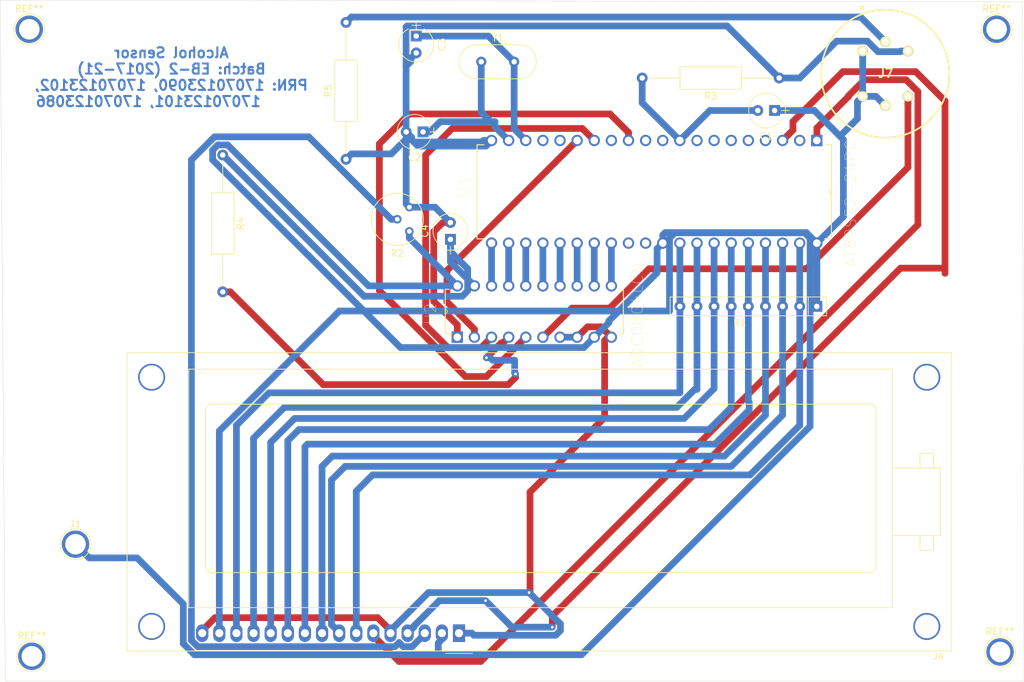
<source format=kicad_pcb>
(kicad_pcb (version 20171130) (host pcbnew "(5.1.0)-1")

  (general
    (thickness 1.6)
    (drawings 6)
    (tracks 291)
    (zones 0)
    (modules 19)
    (nets 45)
  )

  (page A4)
  (title_block
    (title "Alcohol Detector")
    (date "01 September 2019")
    (company "Symbiosis Institute Of Technology (SIT), Pune")
    (comment 1 "Batch: EB-2")
    (comment 2 "Shravi (17070123101), Samyak (17070123086)")
    (comment 3 "Smit (17070123090), Shruti (17070123102),")
    (comment 4 "Prepared By:-")
  )

  (layers
    (0 F.Cu signal)
    (31 B.Cu signal)
    (32 B.Adhes user)
    (33 F.Adhes user)
    (34 B.Paste user)
    (35 F.Paste user)
    (36 B.SilkS user)
    (37 F.SilkS user)
    (38 B.Mask user)
    (39 F.Mask user)
    (40 Dwgs.User user)
    (41 Cmts.User user)
    (42 Eco1.User user)
    (43 Eco2.User user)
    (44 Edge.Cuts user)
    (45 Margin user)
    (46 B.CrtYd user)
    (47 F.CrtYd user)
    (48 B.Fab user)
    (49 F.Fab user)
  )

  (setup
    (last_trace_width 1)
    (user_trace_width 1)
    (trace_clearance 0.2)
    (zone_clearance 0.508)
    (zone_45_only no)
    (trace_min 0.2)
    (via_size 0.8)
    (via_drill 0.4)
    (via_min_size 0.4)
    (via_min_drill 0.3)
    (uvia_size 0.3)
    (uvia_drill 0.1)
    (uvias_allowed no)
    (uvia_min_size 0.2)
    (uvia_min_drill 0.1)
    (edge_width 0.05)
    (segment_width 0.2)
    (pcb_text_width 0.3)
    (pcb_text_size 1.5 1.5)
    (mod_edge_width 0.12)
    (mod_text_size 1 1)
    (mod_text_width 0.15)
    (pad_size 1.524 1.524)
    (pad_drill 0.762)
    (pad_to_mask_clearance 0.051)
    (solder_mask_min_width 0.25)
    (aux_axis_origin 0 0)
    (visible_elements 7FFFFFFF)
    (pcbplotparams
      (layerselection 0x3ffff_ffffffff)
      (usegerberextensions false)
      (usegerberattributes false)
      (usegerberadvancedattributes false)
      (creategerberjobfile false)
      (excludeedgelayer true)
      (linewidth 0.100000)
      (plotframeref false)
      (viasonmask false)
      (mode 1)
      (useauxorigin false)
      (hpglpennumber 1)
      (hpglpenspeed 20)
      (hpglpendiameter 15.000000)
      (psnegative false)
      (psa4output false)
      (plotreference true)
      (plotvalue true)
      (plotinvisibletext false)
      (padsonsilk false)
      (subtractmaskfromsilk false)
      (outputformat 4)
      (mirror false)
      (drillshape 0)
      (scaleselection 1)
      (outputdirectory ""))
  )

  (net 0 "")
  (net 1 "Net-(C1-Pad1)")
  (net 2 "Net-(C1-Pad2)")
  (net 3 "Net-(C2-Pad1)")
  (net 4 GND)
  (net 5 "Net-(C3-Pad1)")
  (net 6 "Net-(C4-Pad1)")
  (net 7 "Net-(J4-Pad14)")
  (net 8 "Net-(J4-Pad13)")
  (net 9 "Net-(J4-Pad12)")
  (net 10 "Net-(J4-Pad11)")
  (net 11 "Net-(J4-Pad10)")
  (net 12 "Net-(J4-Pad9)")
  (net 13 "Net-(J4-Pad8)")
  (net 14 "Net-(J4-Pad7)")
  (net 15 "Net-(J4-Pad6)")
  (net 16 "Net-(J4-Pad4)")
  (net 17 "Net-(J4-Pad3)")
  (net 18 "Net-(J7-Pad4)")
  (net 19 "Net-(J7-Pad6)")
  (net 20 "Net-(R4-Pad2)")
  (net 21 "Net-(U1-Pad2)")
  (net 22 "Net-(U1-Pad4)")
  (net 23 "Net-(U1-Pad5)")
  (net 24 "Net-(U1-Pad6)")
  (net 25 "Net-(U1-Pad7)")
  (net 26 "Net-(U1-Pad8)")
  (net 27 "Net-(U1-Pad10)")
  (net 28 "Net-(U1-Pad11)")
  (net 29 "Net-(U1-Pad12)")
  (net 30 "Net-(U1-Pad13)")
  (net 31 "Net-(U1-Pad14)")
  (net 32 "Net-(U1-Pad15)")
  (net 33 "Net-(U1-Pad16)")
  (net 34 "Net-(U1-Pad17)")
  (net 35 "Net-(U1-Pad21)")
  (net 36 "Net-(U1-Pad22)")
  (net 37 "Net-(U1-Pad23)")
  (net 38 "Net-(U1-Pad24)")
  (net 39 "Net-(U1-Pad25)")
  (net 40 "Net-(U1-Pad26)")
  (net 41 "Net-(U1-Pad27)")
  (net 42 "Net-(U1-Pad28)")
  (net 43 "Net-(U1-Pad29)")
  (net 44 "Net-(U1-Pad30)")

  (net_class Default "This is the default net class."
    (clearance 0.2)
    (trace_width 0.25)
    (via_dia 0.8)
    (via_drill 0.4)
    (uvia_dia 0.3)
    (uvia_drill 0.1)
    (add_net GND)
    (add_net "Net-(C1-Pad1)")
    (add_net "Net-(C1-Pad2)")
    (add_net "Net-(C2-Pad1)")
    (add_net "Net-(C3-Pad1)")
    (add_net "Net-(C4-Pad1)")
    (add_net "Net-(J4-Pad10)")
    (add_net "Net-(J4-Pad11)")
    (add_net "Net-(J4-Pad12)")
    (add_net "Net-(J4-Pad13)")
    (add_net "Net-(J4-Pad14)")
    (add_net "Net-(J4-Pad3)")
    (add_net "Net-(J4-Pad4)")
    (add_net "Net-(J4-Pad6)")
    (add_net "Net-(J4-Pad7)")
    (add_net "Net-(J4-Pad8)")
    (add_net "Net-(J4-Pad9)")
    (add_net "Net-(J7-Pad4)")
    (add_net "Net-(J7-Pad6)")
    (add_net "Net-(R4-Pad2)")
    (add_net "Net-(U1-Pad10)")
    (add_net "Net-(U1-Pad11)")
    (add_net "Net-(U1-Pad12)")
    (add_net "Net-(U1-Pad13)")
    (add_net "Net-(U1-Pad14)")
    (add_net "Net-(U1-Pad15)")
    (add_net "Net-(U1-Pad16)")
    (add_net "Net-(U1-Pad17)")
    (add_net "Net-(U1-Pad2)")
    (add_net "Net-(U1-Pad21)")
    (add_net "Net-(U1-Pad22)")
    (add_net "Net-(U1-Pad23)")
    (add_net "Net-(U1-Pad24)")
    (add_net "Net-(U1-Pad25)")
    (add_net "Net-(U1-Pad26)")
    (add_net "Net-(U1-Pad27)")
    (add_net "Net-(U1-Pad28)")
    (add_net "Net-(U1-Pad29)")
    (add_net "Net-(U1-Pad30)")
    (add_net "Net-(U1-Pad4)")
    (add_net "Net-(U1-Pad5)")
    (add_net "Net-(U1-Pad6)")
    (add_net "Net-(U1-Pad7)")
    (add_net "Net-(U1-Pad8)")
  )

  (module Connectors:1pin (layer F.Cu) (tedit 5861332C) (tstamp 5D90BD84)
    (at 67.691 121.031)
    (descr "module 1 pin (ou trou mecanique de percage)")
    (tags DEV)
    (fp_text reference REF** (at 0 -3.048) (layer F.SilkS)
      (effects (font (size 1 1) (thickness 0.15)))
    )
    (fp_text value 1pin (at 0 3) (layer F.Fab)
      (effects (font (size 1 1) (thickness 0.15)))
    )
    (fp_circle (center 0 0) (end 2 0.8) (layer F.Fab) (width 0.1))
    (fp_circle (center 0 0) (end 2.6 0) (layer F.CrtYd) (width 0.05))
    (fp_circle (center 0 0) (end 0 -2.286) (layer F.SilkS) (width 0.12))
    (pad 1 thru_hole circle (at 0 0) (size 4.064 4.064) (drill 3.048) (layers *.Cu *.Mask))
  )

  (module Connectors:1pin (layer F.Cu) (tedit 5861332C) (tstamp 5D90BB46)
    (at 211.328 120.396)
    (descr "module 1 pin (ou trou mecanique de percage)")
    (tags DEV)
    (fp_text reference REF** (at 0 -3.048) (layer F.SilkS)
      (effects (font (size 1 1) (thickness 0.15)))
    )
    (fp_text value 1pin (at 0 3) (layer F.Fab)
      (effects (font (size 1 1) (thickness 0.15)))
    )
    (fp_circle (center 0 0) (end 2 0.8) (layer F.Fab) (width 0.1))
    (fp_circle (center 0 0) (end 2.6 0) (layer F.CrtYd) (width 0.05))
    (fp_circle (center 0 0) (end 0 -2.286) (layer F.SilkS) (width 0.12))
    (pad 1 thru_hole circle (at 0 0) (size 4.064 4.064) (drill 3.048) (layers *.Cu *.Mask))
  )

  (module Connectors:1pin (layer F.Cu) (tedit 5861332C) (tstamp 5D90B907)
    (at 210.82 27.94)
    (descr "module 1 pin (ou trou mecanique de percage)")
    (tags DEV)
    (fp_text reference REF** (at 0 -3.048) (layer F.SilkS)
      (effects (font (size 1 1) (thickness 0.15)))
    )
    (fp_text value 1pin (at 0 3) (layer F.Fab)
      (effects (font (size 1 1) (thickness 0.15)))
    )
    (fp_circle (center 0 0) (end 2 0.8) (layer F.Fab) (width 0.1))
    (fp_circle (center 0 0) (end 2.6 0) (layer F.CrtYd) (width 0.05))
    (fp_circle (center 0 0) (end 0 -2.286) (layer F.SilkS) (width 0.12))
    (pad 1 thru_hole circle (at 0 0) (size 4.064 4.064) (drill 3.048) (layers *.Cu *.Mask))
  )

  (module Connectors:1pin (layer F.Cu) (tedit 5861332C) (tstamp 5D90B6C8)
    (at 67.31 27.94)
    (descr "module 1 pin (ou trou mecanique de percage)")
    (tags DEV)
    (fp_text reference REF** (at 0 -3.048) (layer F.SilkS)
      (effects (font (size 1 1) (thickness 0.15)))
    )
    (fp_text value 1pin (at 0 3) (layer F.Fab)
      (effects (font (size 1 1) (thickness 0.15)))
    )
    (fp_circle (center 0 0) (end 2 0.8) (layer F.Fab) (width 0.1))
    (fp_circle (center 0 0) (end 2.6 0) (layer F.CrtYd) (width 0.05))
    (fp_circle (center 0 0) (end 0 -2.286) (layer F.SilkS) (width 0.12))
    (pad 1 thru_hole circle (at 0 0) (size 4.064 4.064) (drill 3.048) (layers *.Cu *.Mask))
  )

  (module Capacitors_THT:CP_Radial_Tantal_D5.0mm_P2.50mm (layer F.Cu) (tedit 597C781B) (tstamp 5D90A6E4)
    (at 177.887 40.005 180)
    (descr "CP, Radial_Tantal series, Radial, pin pitch=2.50mm, , diameter=5.0mm, Tantal Electrolytic Capacitor, http://cdn-reichelt.de/documents/datenblatt/B300/TANTAL-TB-Serie%23.pdf")
    (tags "CP Radial_Tantal series Radial pin pitch 2.50mm  diameter 5.0mm Tantal Electrolytic Capacitor")
    (path /5D6AF8C5)
    (fp_text reference C1 (at 1.25 -3.81 180) (layer F.SilkS)
      (effects (font (size 1 1) (thickness 0.15)))
    )
    (fp_text value 10uf (at 1.25 3.81 180) (layer F.Fab)
      (effects (font (size 1 1) (thickness 0.15)))
    )
    (fp_text user %R (at 1.25 0 180) (layer F.Fab)
      (effects (font (size 1 1) (thickness 0.15)))
    )
    (fp_line (start 4.1 -2.85) (end -1.6 -2.85) (layer F.CrtYd) (width 0.05))
    (fp_line (start 4.1 2.85) (end 4.1 -2.85) (layer F.CrtYd) (width 0.05))
    (fp_line (start -1.6 2.85) (end 4.1 2.85) (layer F.CrtYd) (width 0.05))
    (fp_line (start -1.6 -2.85) (end -1.6 2.85) (layer F.CrtYd) (width 0.05))
    (fp_line (start -1.6 -0.65) (end -1.6 0.65) (layer F.SilkS) (width 0.12))
    (fp_line (start -2.2 0) (end -1 0) (layer F.SilkS) (width 0.12))
    (fp_line (start -1.6 -0.65) (end -1.6 0.65) (layer F.Fab) (width 0.1))
    (fp_line (start -2.2 0) (end -1 0) (layer F.Fab) (width 0.1))
    (fp_circle (center 1.25 0) (end 3.75 0) (layer F.Fab) (width 0.1))
    (fp_arc (start 1.25 0) (end 3.55558 -1.18) (angle 54.2) (layer F.SilkS) (width 0.12))
    (fp_arc (start 1.25 0) (end -1.05558 1.18) (angle -125.8) (layer F.SilkS) (width 0.12))
    (fp_arc (start 1.25 0) (end -1.05558 -1.18) (angle 125.8) (layer F.SilkS) (width 0.12))
    (pad 2 thru_hole circle (at 2.5 0 180) (size 1.6 1.6) (drill 0.8) (layers *.Cu *.Mask)
      (net 2 "Net-(C1-Pad2)"))
    (pad 1 thru_hole rect (at 0 0 180) (size 1.6 1.6) (drill 0.8) (layers *.Cu *.Mask)
      (net 1 "Net-(C1-Pad1)"))
    (model ${KISYS3DMOD}/Capacitors_THT.3dshapes/CP_Radial_Tantal_D5.0mm_P2.50mm.wrl
      (at (xyz 0 0 0))
      (scale (xyz 1 1 1))
      (rotate (xyz 0 0 0))
    )
  )

  (module Capacitors_THT:CP_Radial_Tantal_D5.0mm_P2.50mm (layer F.Cu) (tedit 597C781B) (tstamp 5D90A6F7)
    (at 125.73 43.18 180)
    (descr "CP, Radial_Tantal series, Radial, pin pitch=2.50mm, , diameter=5.0mm, Tantal Electrolytic Capacitor, http://cdn-reichelt.de/documents/datenblatt/B300/TANTAL-TB-Serie%23.pdf")
    (tags "CP Radial_Tantal series Radial pin pitch 2.50mm  diameter 5.0mm Tantal Electrolytic Capacitor")
    (path /5D6AF3F3)
    (fp_text reference C2 (at 1.25 -3.81 180) (layer F.SilkS)
      (effects (font (size 1 1) (thickness 0.15)))
    )
    (fp_text value 22pf (at 1.25 3.81 180) (layer F.Fab)
      (effects (font (size 1 1) (thickness 0.15)))
    )
    (fp_text user %R (at 1.25 0 180) (layer F.Fab)
      (effects (font (size 1 1) (thickness 0.15)))
    )
    (fp_line (start 4.1 -2.85) (end -1.6 -2.85) (layer F.CrtYd) (width 0.05))
    (fp_line (start 4.1 2.85) (end 4.1 -2.85) (layer F.CrtYd) (width 0.05))
    (fp_line (start -1.6 2.85) (end 4.1 2.85) (layer F.CrtYd) (width 0.05))
    (fp_line (start -1.6 -2.85) (end -1.6 2.85) (layer F.CrtYd) (width 0.05))
    (fp_line (start -1.6 -0.65) (end -1.6 0.65) (layer F.SilkS) (width 0.12))
    (fp_line (start -2.2 0) (end -1 0) (layer F.SilkS) (width 0.12))
    (fp_line (start -1.6 -0.65) (end -1.6 0.65) (layer F.Fab) (width 0.1))
    (fp_line (start -2.2 0) (end -1 0) (layer F.Fab) (width 0.1))
    (fp_circle (center 1.25 0) (end 3.75 0) (layer F.Fab) (width 0.1))
    (fp_arc (start 1.25 0) (end 3.55558 -1.18) (angle 54.2) (layer F.SilkS) (width 0.12))
    (fp_arc (start 1.25 0) (end -1.05558 1.18) (angle -125.8) (layer F.SilkS) (width 0.12))
    (fp_arc (start 1.25 0) (end -1.05558 -1.18) (angle 125.8) (layer F.SilkS) (width 0.12))
    (pad 2 thru_hole circle (at 2.5 0 180) (size 1.6 1.6) (drill 0.8) (layers *.Cu *.Mask)
      (net 4 GND))
    (pad 1 thru_hole rect (at 0 0 180) (size 1.6 1.6) (drill 0.8) (layers *.Cu *.Mask)
      (net 3 "Net-(C2-Pad1)"))
    (model ${KISYS3DMOD}/Capacitors_THT.3dshapes/CP_Radial_Tantal_D5.0mm_P2.50mm.wrl
      (at (xyz 0 0 0))
      (scale (xyz 1 1 1))
      (rotate (xyz 0 0 0))
    )
  )

  (module Capacitors_THT:CP_Radial_Tantal_D5.0mm_P2.50mm (layer F.Cu) (tedit 597C781B) (tstamp 5D90A70A)
    (at 124.714 28.956 270)
    (descr "CP, Radial_Tantal series, Radial, pin pitch=2.50mm, , diameter=5.0mm, Tantal Electrolytic Capacitor, http://cdn-reichelt.de/documents/datenblatt/B300/TANTAL-TB-Serie%23.pdf")
    (tags "CP Radial_Tantal series Radial pin pitch 2.50mm  diameter 5.0mm Tantal Electrolytic Capacitor")
    (path /5D6AF6C5)
    (fp_text reference C3 (at 1.25 -3.81 270) (layer F.SilkS)
      (effects (font (size 1 1) (thickness 0.15)))
    )
    (fp_text value 22pf (at 1.25 3.81 270) (layer F.Fab)
      (effects (font (size 1 1) (thickness 0.15)))
    )
    (fp_arc (start 1.25 0) (end -1.05558 -1.18) (angle 125.8) (layer F.SilkS) (width 0.12))
    (fp_arc (start 1.25 0) (end -1.05558 1.18) (angle -125.8) (layer F.SilkS) (width 0.12))
    (fp_arc (start 1.25 0) (end 3.55558 -1.18) (angle 54.2) (layer F.SilkS) (width 0.12))
    (fp_circle (center 1.25 0) (end 3.75 0) (layer F.Fab) (width 0.1))
    (fp_line (start -2.2 0) (end -1 0) (layer F.Fab) (width 0.1))
    (fp_line (start -1.6 -0.65) (end -1.6 0.65) (layer F.Fab) (width 0.1))
    (fp_line (start -2.2 0) (end -1 0) (layer F.SilkS) (width 0.12))
    (fp_line (start -1.6 -0.65) (end -1.6 0.65) (layer F.SilkS) (width 0.12))
    (fp_line (start -1.6 -2.85) (end -1.6 2.85) (layer F.CrtYd) (width 0.05))
    (fp_line (start -1.6 2.85) (end 4.1 2.85) (layer F.CrtYd) (width 0.05))
    (fp_line (start 4.1 2.85) (end 4.1 -2.85) (layer F.CrtYd) (width 0.05))
    (fp_line (start 4.1 -2.85) (end -1.6 -2.85) (layer F.CrtYd) (width 0.05))
    (fp_text user %R (at 1.25 0 270) (layer F.Fab)
      (effects (font (size 1 1) (thickness 0.15)))
    )
    (pad 1 thru_hole rect (at 0 0 270) (size 1.6 1.6) (drill 0.8) (layers *.Cu *.Mask)
      (net 5 "Net-(C3-Pad1)"))
    (pad 2 thru_hole circle (at 2.5 0 270) (size 1.6 1.6) (drill 0.8) (layers *.Cu *.Mask)
      (net 4 GND))
    (model ${KISYS3DMOD}/Capacitors_THT.3dshapes/CP_Radial_Tantal_D5.0mm_P2.50mm.wrl
      (at (xyz 0 0 0))
      (scale (xyz 1 1 1))
      (rotate (xyz 0 0 0))
    )
  )

  (module Capacitors_THT:CP_Radial_Tantal_D5.0mm_P2.50mm (layer F.Cu) (tedit 597C781B) (tstamp 5D90A71D)
    (at 129.794 59.142 90)
    (descr "CP, Radial_Tantal series, Radial, pin pitch=2.50mm, , diameter=5.0mm, Tantal Electrolytic Capacitor, http://cdn-reichelt.de/documents/datenblatt/B300/TANTAL-TB-Serie%23.pdf")
    (tags "CP Radial_Tantal series Radial pin pitch 2.50mm  diameter 5.0mm Tantal Electrolytic Capacitor")
    (path /5D6AFB01)
    (fp_text reference C4 (at 1.25 -3.81 90) (layer F.SilkS)
      (effects (font (size 1 1) (thickness 0.15)))
    )
    (fp_text value 150pf (at 1.25 3.81 90) (layer F.Fab)
      (effects (font (size 1 1) (thickness 0.15)))
    )
    (fp_arc (start 1.25 0) (end -1.05558 -1.18) (angle 125.8) (layer F.SilkS) (width 0.12))
    (fp_arc (start 1.25 0) (end -1.05558 1.18) (angle -125.8) (layer F.SilkS) (width 0.12))
    (fp_arc (start 1.25 0) (end 3.55558 -1.18) (angle 54.2) (layer F.SilkS) (width 0.12))
    (fp_circle (center 1.25 0) (end 3.75 0) (layer F.Fab) (width 0.1))
    (fp_line (start -2.2 0) (end -1 0) (layer F.Fab) (width 0.1))
    (fp_line (start -1.6 -0.65) (end -1.6 0.65) (layer F.Fab) (width 0.1))
    (fp_line (start -2.2 0) (end -1 0) (layer F.SilkS) (width 0.12))
    (fp_line (start -1.6 -0.65) (end -1.6 0.65) (layer F.SilkS) (width 0.12))
    (fp_line (start -1.6 -2.85) (end -1.6 2.85) (layer F.CrtYd) (width 0.05))
    (fp_line (start -1.6 2.85) (end 4.1 2.85) (layer F.CrtYd) (width 0.05))
    (fp_line (start 4.1 2.85) (end 4.1 -2.85) (layer F.CrtYd) (width 0.05))
    (fp_line (start 4.1 -2.85) (end -1.6 -2.85) (layer F.CrtYd) (width 0.05))
    (fp_text user %R (at 1.25 0 90) (layer F.Fab)
      (effects (font (size 1 1) (thickness 0.15)))
    )
    (pad 1 thru_hole rect (at 0 0 90) (size 1.6 1.6) (drill 0.8) (layers *.Cu *.Mask)
      (net 6 "Net-(C4-Pad1)"))
    (pad 2 thru_hole circle (at 2.5 0 90) (size 1.6 1.6) (drill 0.8) (layers *.Cu *.Mask)
      (net 4 GND))
    (model ${KISYS3DMOD}/Capacitors_THT.3dshapes/CP_Radial_Tantal_D5.0mm_P2.50mm.wrl
      (at (xyz 0 0 0))
      (scale (xyz 1 1 1))
      (rotate (xyz 0 0 0))
    )
  )

  (module Connectors:1pin (layer F.Cu) (tedit 5861332C) (tstamp 5D90A725)
    (at 74.168 104.394)
    (descr "module 1 pin (ou trou mecanique de percage)")
    (tags DEV)
    (path /5D8204D8)
    (fp_text reference J1 (at 0 -3.048) (layer F.SilkS)
      (effects (font (size 1 1) (thickness 0.15)))
    )
    (fp_text value VCC (at 0 3) (layer F.Fab)
      (effects (font (size 1 1) (thickness 0.15)))
    )
    (fp_circle (center 0 0) (end 0 -2.286) (layer F.SilkS) (width 0.12))
    (fp_circle (center 0 0) (end 2.6 0) (layer F.CrtYd) (width 0.05))
    (fp_circle (center 0 0) (end 2 0.8) (layer F.Fab) (width 0.1))
    (pad 1 thru_hole circle (at 0 0) (size 4.064 4.064) (drill 3.048) (layers *.Cu *.Mask)
      (net 1 "Net-(C1-Pad1)"))
  )

  (module Displays:HY1602E (layer F.Cu) (tedit 59593030) (tstamp 5D90A763)
    (at 131.064 117.602 180)
    (descr http://www.icbank.com/data/ICBShop/board/HY1602E.pdf)
    (tags "LCD 16x2 Alphanumeric 16pin")
    (path /5D6AC15B)
    (fp_text reference J4 (at -71.12 -3.48 180) (layer F.SilkS)
      (effects (font (size 1 1) (thickness 0.15)))
    )
    (fp_text value "LCD 16x2" (at -69.94 42.6 180) (layer F.Fab)
      (effects (font (size 1 1) (thickness 0.15)))
    )
    (fp_line (start 49.1 41.5) (end 49.1 -2.5) (layer F.Fab) (width 0.1))
    (fp_line (start -72.9 41.5) (end 49.1 41.5) (layer F.Fab) (width 0.1))
    (fp_line (start -72.9 -2.5) (end -72.9 41.5) (layer F.Fab) (width 0.1))
    (fp_line (start 49.1 -2.5) (end 1 -2.5) (layer F.Fab) (width 0.1))
    (fp_line (start 40.1 3.8) (end 40.1 39.2) (layer F.SilkS) (width 0.12))
    (fp_line (start -64.3 3.8) (end 40.1 3.8) (layer F.SilkS) (width 0.12))
    (fp_line (start -64.3 39.2) (end -64.3 3.8) (layer F.SilkS) (width 0.12))
    (fp_line (start 40.1 39.2) (end -64.3 39.2) (layer F.SilkS) (width 0.12))
    (fp_arc (start -60.9 33) (end -60.9 34) (angle 90) (layer F.SilkS) (width 0.12))
    (fp_arc (start -60.9 10) (end -61.9 10) (angle 90) (layer F.SilkS) (width 0.12))
    (fp_arc (start 36.6 10) (end 36.6 9) (angle 90) (layer F.SilkS) (width 0.12))
    (fp_arc (start 36.6 33) (end 37.6 33) (angle 90) (layer F.SilkS) (width 0.12))
    (fp_line (start -61.9 33) (end -61.9 10) (layer F.SilkS) (width 0.12))
    (fp_line (start -60.9 9) (end 36.6 9) (layer F.SilkS) (width 0.12))
    (fp_line (start 37.6 10) (end 37.6 33) (layer F.SilkS) (width 0.12))
    (fp_line (start 36.6 34) (end -60.9 34) (layer F.SilkS) (width 0.12))
    (fp_line (start -71.4 14.5) (end -64.3 14.5) (layer F.SilkS) (width 0.12))
    (fp_line (start -71.4 24.5) (end -71.4 14.5) (layer F.SilkS) (width 0.12))
    (fp_line (start -64.3 24.5) (end -71.4 24.5) (layer F.SilkS) (width 0.12))
    (fp_line (start -70.4 12.3) (end -70.4 14.5) (layer F.SilkS) (width 0.12))
    (fp_line (start -68.4 12.3) (end -70.4 12.3) (layer F.SilkS) (width 0.12))
    (fp_line (start -68.4 14.5) (end -68.4 12.3) (layer F.SilkS) (width 0.12))
    (fp_line (start -70.4 26.7) (end -70.4 24.5) (layer F.SilkS) (width 0.12))
    (fp_line (start -68.4 26.7) (end -70.4 26.7) (layer F.SilkS) (width 0.12))
    (fp_line (start -68.4 24.5) (end -68.4 26.7) (layer F.SilkS) (width 0.12))
    (fp_text user %R (at -14.01 19.96 180) (layer F.Fab)
      (effects (font (size 1 1) (thickness 0.15)))
    )
    (fp_line (start -73.15 -2.75) (end 49.35 -2.75) (layer F.CrtYd) (width 0.05))
    (fp_line (start -73.15 -2.75) (end -73.15 41.75) (layer F.CrtYd) (width 0.05))
    (fp_line (start 49.35 -2.75) (end 49.35 41.75) (layer F.CrtYd) (width 0.05))
    (fp_line (start -73.15 41.75) (end 49.35 41.75) (layer F.CrtYd) (width 0.05))
    (fp_line (start -1 -2.5) (end -72.9 -2.5) (layer F.Fab) (width 0.1))
    (fp_line (start 0 -1.5) (end -1 -2.5) (layer F.Fab) (width 0.1))
    (fp_line (start 1 -2.5) (end 0 -1.5) (layer F.Fab) (width 0.1))
    (fp_line (start -2 -3) (end 2 -3) (layer F.SilkS) (width 0.12))
    (fp_line (start -73.04 -2.64) (end 49.24 -2.64) (layer F.SilkS) (width 0.12))
    (fp_line (start -73.04 -2.64) (end -73.04 41.64) (layer F.SilkS) (width 0.12))
    (fp_line (start 49.24 -2.64) (end 49.24 41.64) (layer F.SilkS) (width 0.12))
    (fp_line (start 49.24 41.64) (end -73.04 41.64) (layer F.SilkS) (width 0.12))
    (pad "" thru_hole circle (at -69.40042 1.00076) (size 4 4) (drill 3.5) (layers *.Cu *.Mask))
    (pad "" thru_hole circle (at -69.40042 38.00094) (size 4 4) (drill 3.5) (layers *.Cu *.Mask))
    (pad "" thru_hole circle (at 45.60062 1.00076) (size 4 4) (drill 3.5) (layers *.Cu *.Mask))
    (pad "" thru_hole circle (at 45.60062 38.00094) (size 4 4) (drill 3.5) (layers *.Cu *.Mask))
    (pad 16 thru_hole oval (at 38.1 0) (size 1.8 2.6) (drill 1.2) (layers *.Cu *.Mask)
      (net 4 GND))
    (pad 15 thru_hole oval (at 35.56 0) (size 1.8 2.6) (drill 1.2) (layers *.Cu *.Mask)
      (net 1 "Net-(C1-Pad1)"))
    (pad 14 thru_hole oval (at 33.02 0) (size 1.8 2.6) (drill 1.2) (layers *.Cu *.Mask)
      (net 7 "Net-(J4-Pad14)"))
    (pad 13 thru_hole oval (at 30.48 0) (size 1.8 2.6) (drill 1.2) (layers *.Cu *.Mask)
      (net 8 "Net-(J4-Pad13)"))
    (pad 12 thru_hole oval (at 27.94 0) (size 1.8 2.6) (drill 1.2) (layers *.Cu *.Mask)
      (net 9 "Net-(J4-Pad12)"))
    (pad 11 thru_hole oval (at 25.4 0) (size 1.8 2.6) (drill 1.2) (layers *.Cu *.Mask)
      (net 10 "Net-(J4-Pad11)"))
    (pad 10 thru_hole oval (at 22.86 0) (size 1.8 2.6) (drill 1.2) (layers *.Cu *.Mask)
      (net 11 "Net-(J4-Pad10)"))
    (pad 9 thru_hole oval (at 20.32 0) (size 1.8 2.6) (drill 1.2) (layers *.Cu *.Mask)
      (net 12 "Net-(J4-Pad9)"))
    (pad 8 thru_hole oval (at 17.78 0) (size 1.8 2.6) (drill 1.2) (layers *.Cu *.Mask)
      (net 13 "Net-(J4-Pad8)"))
    (pad 7 thru_hole oval (at 15.24 0) (size 1.8 2.6) (drill 1.2) (layers *.Cu *.Mask)
      (net 14 "Net-(J4-Pad7)"))
    (pad 6 thru_hole oval (at 12.7 0) (size 1.8 2.6) (drill 1.2) (layers *.Cu *.Mask)
      (net 15 "Net-(J4-Pad6)"))
    (pad 5 thru_hole oval (at 10.16 0) (size 1.8 2.6) (drill 1.2) (layers *.Cu *.Mask)
      (net 4 GND))
    (pad 4 thru_hole oval (at 7.62 0) (size 1.8 2.6) (drill 1.2) (layers *.Cu *.Mask)
      (net 16 "Net-(J4-Pad4)"))
    (pad 3 thru_hole oval (at 5.08 0) (size 1.8 2.6) (drill 1.2) (layers *.Cu *.Mask)
      (net 17 "Net-(J4-Pad3)"))
    (pad 2 thru_hole oval (at 2.54 0) (size 1.8 2.6) (drill 1.2) (layers *.Cu *.Mask)
      (net 1 "Net-(C1-Pad1)"))
    (pad 1 thru_hole rect (at 0 0) (size 1.8 2.6) (drill 1.2) (layers *.Cu *.Mask)
      (net 4 GND))
    (model ${KISYS3DMOD}/Displays.3dshapes/HY1602E.wrl
      (at (xyz 0 0 0))
      (scale (xyz 1 1 1))
      (rotate (xyz 0 0 0))
    )
  )

  (module MQ-3:MQ-3 (layer F.Cu) (tedit 5D3E836F) (tstamp 5D90A770)
    (at 194.31 34.544)
    (descr MQ-3)
    (tags "Undefined or Miscellaneous")
    (path /5D6AE041)
    (fp_text reference J7 (at 0.071 -0.05359) (layer F.SilkS)
      (effects (font (size 1.27 1.27) (thickness 0.254)))
    )
    (fp_text value "MQ 3" (at 0.071 -0.05359) (layer F.SilkS) hide
      (effects (font (size 1.27 1.27) (thickness 0.254)))
    )
    (fp_circle (center 0 0) (end 9.5 0) (layer Dwgs.User) (width 0.254))
    (fp_circle (center 0 0) (end 9.5 0) (layer F.SilkS) (width 0.254))
    (fp_circle (center -3.47 -9.84) (end -3.535 -9.84) (layer F.SilkS) (width 0.254))
    (pad 1 thru_hole circle (at -3.35876 -3.35876 90) (size 1.55 1.55) (drill 1) (layers *.Cu *.Mask F.SilkS)
      (net 1 "Net-(C1-Pad1)"))
    (pad 2 thru_hole circle (at -3.35876 3.35876 90) (size 1.55 1.55) (drill 1) (layers *.Cu *.Mask F.SilkS)
      (net 1 "Net-(C1-Pad1)"))
    (pad 3 thru_hole circle (at 0 4.75 90) (size 1.55 1.55) (drill 1) (layers *.Cu *.Mask F.SilkS)
      (net 1 "Net-(C1-Pad1)"))
    (pad 4 thru_hole circle (at 3.35876 3.35876 90) (size 1.55 1.55) (drill 1) (layers *.Cu *.Mask F.SilkS)
      (net 18 "Net-(J7-Pad4)"))
    (pad 5 thru_hole circle (at 3.35876 -3.35876 90) (size 1.55 1.55) (drill 1) (layers *.Cu *.Mask F.SilkS)
      (net 4 GND))
    (pad 6 thru_hole circle (at 0 -4.75 90) (size 1.55 1.55) (drill 1) (layers *.Cu *.Mask F.SilkS)
      (net 19 "Net-(J7-Pad6)"))
  )

  (module Resistors_THT:R_Array_SIP9 (layer F.Cu) (tedit 57FA3974) (tstamp 5D90A78B)
    (at 184.15 69.088 180)
    (descr "9-pin Resistor SIP pack")
    (tags R)
    (path /5D6AD6FD)
    (fp_text reference R1 (at 11.43 -2.4 180) (layer F.SilkS)
      (effects (font (size 1 1) (thickness 0.15)))
    )
    (fp_text value "Resistor SIP 9" (at 11.43 2.4 180) (layer F.Fab)
      (effects (font (size 1 1) (thickness 0.15)))
    )
    (fp_line (start 22.05 -1.65) (end -1.7 -1.65) (layer F.CrtYd) (width 0.05))
    (fp_line (start 22.05 1.65) (end 22.05 -1.65) (layer F.CrtYd) (width 0.05))
    (fp_line (start -1.7 1.65) (end 22.05 1.65) (layer F.CrtYd) (width 0.05))
    (fp_line (start -1.7 -1.65) (end -1.7 1.65) (layer F.CrtYd) (width 0.05))
    (fp_line (start 1.27 -1.4) (end 1.27 1.4) (layer F.SilkS) (width 0.12))
    (fp_line (start 21.76 -1.4) (end -1.44 -1.4) (layer F.SilkS) (width 0.12))
    (fp_line (start 21.76 1.4) (end 21.76 -1.4) (layer F.SilkS) (width 0.12))
    (fp_line (start -1.44 1.4) (end 21.76 1.4) (layer F.SilkS) (width 0.12))
    (fp_line (start -1.44 -1.4) (end -1.44 1.4) (layer F.SilkS) (width 0.12))
    (fp_line (start 1.27 -1.25) (end 1.27 1.25) (layer F.Fab) (width 0.1))
    (fp_line (start 21.61 -1.25) (end -1.29 -1.25) (layer F.Fab) (width 0.1))
    (fp_line (start 21.61 1.25) (end 21.61 -1.25) (layer F.Fab) (width 0.1))
    (fp_line (start -1.29 1.25) (end 21.61 1.25) (layer F.Fab) (width 0.1))
    (fp_line (start -1.29 -1.25) (end -1.29 1.25) (layer F.Fab) (width 0.1))
    (pad 9 thru_hole oval (at 20.32 0 180) (size 1.6 1.6) (drill 0.8) (layers *.Cu *.Mask)
      (net 7 "Net-(J4-Pad14)"))
    (pad 8 thru_hole oval (at 17.78 0 180) (size 1.6 1.6) (drill 0.8) (layers *.Cu *.Mask)
      (net 8 "Net-(J4-Pad13)"))
    (pad 7 thru_hole oval (at 15.24 0 180) (size 1.6 1.6) (drill 0.8) (layers *.Cu *.Mask)
      (net 9 "Net-(J4-Pad12)"))
    (pad 6 thru_hole oval (at 12.7 0 180) (size 1.6 1.6) (drill 0.8) (layers *.Cu *.Mask)
      (net 10 "Net-(J4-Pad11)"))
    (pad 5 thru_hole oval (at 10.16 0 180) (size 1.6 1.6) (drill 0.8) (layers *.Cu *.Mask)
      (net 11 "Net-(J4-Pad10)"))
    (pad 4 thru_hole oval (at 7.62 0 180) (size 1.6 1.6) (drill 0.8) (layers *.Cu *.Mask)
      (net 12 "Net-(J4-Pad9)"))
    (pad 3 thru_hole oval (at 5.08 0 180) (size 1.6 1.6) (drill 0.8) (layers *.Cu *.Mask)
      (net 13 "Net-(J4-Pad8)"))
    (pad 2 thru_hole oval (at 2.54 0 180) (size 1.6 1.6) (drill 0.8) (layers *.Cu *.Mask)
      (net 14 "Net-(J4-Pad7)"))
    (pad 1 thru_hole rect (at 0 0 180) (size 1.6 1.6) (drill 0.8) (layers *.Cu *.Mask)
      (net 1 "Net-(C1-Pad1)"))
    (model ${KISYS3DMOD}/Resistors_THT.3dshapes/R_Array_SIP9.wrl
      (at (xyz 0 0 0))
      (scale (xyz 0.39 0.39 0.39))
      (rotate (xyz 0 0 0))
    )
  )

  (module Potentiometers:Potentiometer_Trimmer_Bourns_3339H_Horizontal (layer F.Cu) (tedit 58827077) (tstamp 5D90A79C)
    (at 123.698 54.356 180)
    (descr "Potentiometer, horizontally mounted, Omeg PC16PU, Omeg PC16PU, Omeg PC16PU, Vishay/Spectrol 248GJ/249GJ Single, Vishay/Spectrol 248GJ/249GJ Single, Vishay/Spectrol 248GJ/249GJ Single, Vishay/Spectrol 248GH/249GH Single, Vishay/Spectrol 148/149 Single, Vishay/Spectrol 148/149 Single, Vishay/Spectrol 148/149 Single, Vishay/Spectrol 148A/149A Single with mounting plates, Vishay/Spectrol 148/149 Double, Vishay/Spectrol 148A/149A Double with mounting plates, Piher PC-16 Single, Piher PC-16 Single, Piher PC-16 Single, Piher PC-16SV Single, Piher PC-16 Double, Piher PC-16 Triple, Piher T16H Single, Piher T16L Single, Piher T16H Double, Alps RK163 Single, Alps RK163 Double, Alps RK097 Single, Alps RK097 Double, Bourns PTV09A-2 Single with mounting sleve Single, Bourns PTV09A-1 with mounting sleve Single, Bourns PRS11S Single, Alps RK09K Single with mounting sleve Single, Alps RK09K with mounting sleve Single, Alps RK09L Single, Alps RK09L Single, Alps RK09L Double, Alps RK09L Double, Alps RK09Y Single, Bourns 3339S Single, Bourns 3339S Single, Bourns 3339P Single, Bourns 3339H Single, http://www.alps.com/prod/info/E/HTML/Potentiometer/RotaryPotentiometers/RK09Y11/RK09Y11L0001.html")
    (tags "Potentiometer horizontal  Omeg PC16PU  Omeg PC16PU  Omeg PC16PU  Vishay/Spectrol 248GJ/249GJ Single  Vishay/Spectrol 248GJ/249GJ Single  Vishay/Spectrol 248GJ/249GJ Single  Vishay/Spectrol 248GH/249GH Single  Vishay/Spectrol 148/149 Single  Vishay/Spectrol 148/149 Single  Vishay/Spectrol 148/149 Single  Vishay/Spectrol 148A/149A Single with mounting plates  Vishay/Spectrol 148/149 Double  Vishay/Spectrol 148A/149A Double with mounting plates  Piher PC-16 Single  Piher PC-16 Single  Piher PC-16 Single  Piher PC-16SV Single  Piher PC-16 Double  Piher PC-16 Triple  Piher T16H Single  Piher T16L Single  Piher T16H Double  Alps RK163 Single  Alps RK163 Double  Alps RK097 Single  Alps RK097 Double  Bourns PTV09A-2 Single with mounting sleve Single  Bourns PTV09A-1 with mounting sleve Single  Bourns PRS11S Single  Alps RK09K Single with mounting sleve Single  Alps RK09K with mounting sleve Single  Alps RK09L Single  Alps RK09L Single  Alps RK09L Double  Alps RK09L Double  Alps RK09Y Single  Bourns 3339S Single  Bourns 3339S Single  Bourns 3339P Single  Bourns 3339H Single")
    (path /5D6B1158)
    (fp_text reference R2 (at 1.796051 -6.856051 180) (layer F.SilkS)
      (effects (font (size 1 1) (thickness 0.15)))
    )
    (fp_text value 10k (at 1.796051 3.263949 180) (layer F.Fab)
      (effects (font (size 1 1) (thickness 0.15)))
    )
    (fp_line (start 5.9 -5.9) (end -2.3 -5.9) (layer F.CrtYd) (width 0.05))
    (fp_line (start 5.9 2.3) (end 5.9 -5.9) (layer F.CrtYd) (width 0.05))
    (fp_line (start -2.3 2.3) (end 5.9 2.3) (layer F.CrtYd) (width 0.05))
    (fp_line (start -2.3 -5.9) (end -2.3 2.3) (layer F.CrtYd) (width 0.05))
    (fp_line (start 3.388 -3.692102) (end -0.101 -0.205102) (layer F.Fab) (width 0.1))
    (fp_line (start 3.693 -3.386102) (end 0.205 0.099898) (layer F.Fab) (width 0.1))
    (fp_circle (center 1.797 -1.795102) (end 5.667 -1.795102) (layer F.SilkS) (width 0.12))
    (fp_circle (center 1.797 -1.795102) (end 4.297 -1.795102) (layer F.Fab) (width 0.1))
    (fp_circle (center 1.796051 -1.796051) (end 4.296051 -1.796051) (layer F.Fab) (width 0.1))
    (fp_circle (center 1.796051 -1.796051) (end 5.606051 -1.796051) (layer F.Fab) (width 0.1))
    (pad 1 thru_hole circle (at 0 0 180) (size 1.26 1.26) (drill 0.7) (layers *.Cu *.Mask)
      (net 4 GND))
    (pad 2 thru_hole circle (at 1.796051 -1.796051 180) (size 1.26 1.26) (drill 0.7) (layers *.Cu *.Mask)
      (net 17 "Net-(J4-Pad3)"))
    (pad 3 thru_hole circle (at 0 -3.592102 180) (size 1.26 1.26) (drill 0.7) (layers *.Cu *.Mask)
      (net 1 "Net-(C1-Pad1)"))
    (model Potentiometers.3dshapes/Potentiometer_Trimmer_Bourns_3339H_Horizontal.wrl
      (offset (xyz 0 3.592101946052041 0))
      (scale (xyz 1 1 1))
      (rotate (xyz 0 0 90))
    )
  )

  (module Resistors_THT:R_Axial_DIN0309_L9.0mm_D3.2mm_P20.32mm_Horizontal (layer F.Cu) (tedit 5874F706) (tstamp 5D90A7B2)
    (at 178.562 35.179 180)
    (descr "Resistor, Axial_DIN0309 series, Axial, Horizontal, pin pitch=20.32mm, 0.5W = 1/2W, length*diameter=9*3.2mm^2, http://cdn-reichelt.de/documents/datenblatt/B400/1_4W%23YAG.pdf")
    (tags "Resistor Axial_DIN0309 series Axial Horizontal pin pitch 20.32mm 0.5W = 1/2W length 9mm diameter 3.2mm")
    (path /5D6B06CE)
    (fp_text reference R3 (at 10.16 -2.66 180) (layer F.SilkS)
      (effects (font (size 1 1) (thickness 0.15)))
    )
    (fp_text value 8.2k (at 10.16 2.66 180) (layer F.Fab)
      (effects (font (size 1 1) (thickness 0.15)))
    )
    (fp_line (start 21.4 -1.95) (end -1.05 -1.95) (layer F.CrtYd) (width 0.05))
    (fp_line (start 21.4 1.95) (end 21.4 -1.95) (layer F.CrtYd) (width 0.05))
    (fp_line (start -1.05 1.95) (end 21.4 1.95) (layer F.CrtYd) (width 0.05))
    (fp_line (start -1.05 -1.95) (end -1.05 1.95) (layer F.CrtYd) (width 0.05))
    (fp_line (start 19.34 0) (end 14.72 0) (layer F.SilkS) (width 0.12))
    (fp_line (start 0.98 0) (end 5.6 0) (layer F.SilkS) (width 0.12))
    (fp_line (start 14.72 -1.66) (end 5.6 -1.66) (layer F.SilkS) (width 0.12))
    (fp_line (start 14.72 1.66) (end 14.72 -1.66) (layer F.SilkS) (width 0.12))
    (fp_line (start 5.6 1.66) (end 14.72 1.66) (layer F.SilkS) (width 0.12))
    (fp_line (start 5.6 -1.66) (end 5.6 1.66) (layer F.SilkS) (width 0.12))
    (fp_line (start 20.32 0) (end 14.66 0) (layer F.Fab) (width 0.1))
    (fp_line (start 0 0) (end 5.66 0) (layer F.Fab) (width 0.1))
    (fp_line (start 14.66 -1.6) (end 5.66 -1.6) (layer F.Fab) (width 0.1))
    (fp_line (start 14.66 1.6) (end 14.66 -1.6) (layer F.Fab) (width 0.1))
    (fp_line (start 5.66 1.6) (end 14.66 1.6) (layer F.Fab) (width 0.1))
    (fp_line (start 5.66 -1.6) (end 5.66 1.6) (layer F.Fab) (width 0.1))
    (pad 2 thru_hole oval (at 20.32 0 180) (size 1.6 1.6) (drill 0.8) (layers *.Cu *.Mask)
      (net 2 "Net-(C1-Pad2)"))
    (pad 1 thru_hole circle (at 0 0 180) (size 1.6 1.6) (drill 0.8) (layers *.Cu *.Mask)
      (net 4 GND))
    (model ${KISYS3DMOD}/Resistors_THT.3dshapes/R_Axial_DIN0309_L9.0mm_D3.2mm_P20.32mm_Horizontal.wrl
      (at (xyz 0 0 0))
      (scale (xyz 0.393701 0.393701 0.393701))
      (rotate (xyz 0 0 0))
    )
  )

  (module Resistors_THT:R_Axial_DIN0309_L9.0mm_D3.2mm_P20.32mm_Horizontal (layer F.Cu) (tedit 5874F706) (tstamp 5D90A7C8)
    (at 96.012 46.609 270)
    (descr "Resistor, Axial_DIN0309 series, Axial, Horizontal, pin pitch=20.32mm, 0.5W = 1/2W, length*diameter=9*3.2mm^2, http://cdn-reichelt.de/documents/datenblatt/B400/1_4W%23YAG.pdf")
    (tags "Resistor Axial_DIN0309 series Axial Horizontal pin pitch 20.32mm 0.5W = 1/2W length 9mm diameter 3.2mm")
    (path /5D6B0E21)
    (fp_text reference R4 (at 10.16 -2.66 270) (layer F.SilkS)
      (effects (font (size 1 1) (thickness 0.15)))
    )
    (fp_text value 10k (at 10.16 2.66 270) (layer F.Fab)
      (effects (font (size 1 1) (thickness 0.15)))
    )
    (fp_line (start 21.4 -1.95) (end -1.05 -1.95) (layer F.CrtYd) (width 0.05))
    (fp_line (start 21.4 1.95) (end 21.4 -1.95) (layer F.CrtYd) (width 0.05))
    (fp_line (start -1.05 1.95) (end 21.4 1.95) (layer F.CrtYd) (width 0.05))
    (fp_line (start -1.05 -1.95) (end -1.05 1.95) (layer F.CrtYd) (width 0.05))
    (fp_line (start 19.34 0) (end 14.72 0) (layer F.SilkS) (width 0.12))
    (fp_line (start 0.98 0) (end 5.6 0) (layer F.SilkS) (width 0.12))
    (fp_line (start 14.72 -1.66) (end 5.6 -1.66) (layer F.SilkS) (width 0.12))
    (fp_line (start 14.72 1.66) (end 14.72 -1.66) (layer F.SilkS) (width 0.12))
    (fp_line (start 5.6 1.66) (end 14.72 1.66) (layer F.SilkS) (width 0.12))
    (fp_line (start 5.6 -1.66) (end 5.6 1.66) (layer F.SilkS) (width 0.12))
    (fp_line (start 20.32 0) (end 14.66 0) (layer F.Fab) (width 0.1))
    (fp_line (start 0 0) (end 5.66 0) (layer F.Fab) (width 0.1))
    (fp_line (start 14.66 -1.6) (end 5.66 -1.6) (layer F.Fab) (width 0.1))
    (fp_line (start 14.66 1.6) (end 14.66 -1.6) (layer F.Fab) (width 0.1))
    (fp_line (start 5.66 1.6) (end 14.66 1.6) (layer F.Fab) (width 0.1))
    (fp_line (start 5.66 -1.6) (end 5.66 1.6) (layer F.Fab) (width 0.1))
    (pad 2 thru_hole oval (at 20.32 0 270) (size 1.6 1.6) (drill 0.8) (layers *.Cu *.Mask)
      (net 20 "Net-(R4-Pad2)"))
    (pad 1 thru_hole circle (at 0 0 270) (size 1.6 1.6) (drill 0.8) (layers *.Cu *.Mask)
      (net 6 "Net-(C4-Pad1)"))
    (model ${KISYS3DMOD}/Resistors_THT.3dshapes/R_Axial_DIN0309_L9.0mm_D3.2mm_P20.32mm_Horizontal.wrl
      (at (xyz 0 0 0))
      (scale (xyz 0.393701 0.393701 0.393701))
      (rotate (xyz 0 0 0))
    )
  )

  (module Resistors_THT:R_Axial_DIN0309_L9.0mm_D3.2mm_P20.32mm_Horizontal (layer F.Cu) (tedit 5874F706) (tstamp 5D90A7DE)
    (at 114.3 47.244 90)
    (descr "Resistor, Axial_DIN0309 series, Axial, Horizontal, pin pitch=20.32mm, 0.5W = 1/2W, length*diameter=9*3.2mm^2, http://cdn-reichelt.de/documents/datenblatt/B400/1_4W%23YAG.pdf")
    (tags "Resistor Axial_DIN0309 series Axial Horizontal pin pitch 20.32mm 0.5W = 1/2W length 9mm diameter 3.2mm")
    (path /5D6B09F5)
    (fp_text reference R5 (at 10.16 -2.66 90) (layer F.SilkS)
      (effects (font (size 1 1) (thickness 0.15)))
    )
    (fp_text value 10k (at 10.16 2.66 90) (layer F.Fab)
      (effects (font (size 1 1) (thickness 0.15)))
    )
    (fp_line (start 5.66 -1.6) (end 5.66 1.6) (layer F.Fab) (width 0.1))
    (fp_line (start 5.66 1.6) (end 14.66 1.6) (layer F.Fab) (width 0.1))
    (fp_line (start 14.66 1.6) (end 14.66 -1.6) (layer F.Fab) (width 0.1))
    (fp_line (start 14.66 -1.6) (end 5.66 -1.6) (layer F.Fab) (width 0.1))
    (fp_line (start 0 0) (end 5.66 0) (layer F.Fab) (width 0.1))
    (fp_line (start 20.32 0) (end 14.66 0) (layer F.Fab) (width 0.1))
    (fp_line (start 5.6 -1.66) (end 5.6 1.66) (layer F.SilkS) (width 0.12))
    (fp_line (start 5.6 1.66) (end 14.72 1.66) (layer F.SilkS) (width 0.12))
    (fp_line (start 14.72 1.66) (end 14.72 -1.66) (layer F.SilkS) (width 0.12))
    (fp_line (start 14.72 -1.66) (end 5.6 -1.66) (layer F.SilkS) (width 0.12))
    (fp_line (start 0.98 0) (end 5.6 0) (layer F.SilkS) (width 0.12))
    (fp_line (start 19.34 0) (end 14.72 0) (layer F.SilkS) (width 0.12))
    (fp_line (start -1.05 -1.95) (end -1.05 1.95) (layer F.CrtYd) (width 0.05))
    (fp_line (start -1.05 1.95) (end 21.4 1.95) (layer F.CrtYd) (width 0.05))
    (fp_line (start 21.4 1.95) (end 21.4 -1.95) (layer F.CrtYd) (width 0.05))
    (fp_line (start 21.4 -1.95) (end -1.05 -1.95) (layer F.CrtYd) (width 0.05))
    (pad 1 thru_hole circle (at 0 0 90) (size 1.6 1.6) (drill 0.8) (layers *.Cu *.Mask)
      (net 4 GND))
    (pad 2 thru_hole oval (at 20.32 0 90) (size 1.6 1.6) (drill 0.8) (layers *.Cu *.Mask)
      (net 19 "Net-(J7-Pad6)"))
    (model ${KISYS3DMOD}/Resistors_THT.3dshapes/R_Axial_DIN0309_L9.0mm_D3.2mm_P20.32mm_Horizontal.wrl
      (at (xyz 0 0 0))
      (scale (xyz 0.393701 0.393701 0.393701))
      (rotate (xyz 0 0 0))
    )
  )

  (module AT89S52:DIP254P1524X482-40 (layer F.Cu) (tedit 0) (tstamp 5D90A8BA)
    (at 135.89 59.69 270)
    (path /5D6AA3B1)
    (fp_text reference U1 (at -8.3744 4.02177 270) (layer F.SilkS)
      (effects (font (size 1.6435 1.6435) (thickness 0.05)))
    )
    (fp_text value AT89S52-24PC (at -5.8876 -53.2939 270) (layer F.SilkS)
      (effects (font (size 1.64564 1.64564) (thickness 0.05)))
    )
    (fp_line (start -0.635 -49.403) (end -0.635 -50.419) (layer F.SilkS) (width 0.1524))
    (fp_line (start -14.605 2.159) (end -0.635 2.159) (layer F.SilkS) (width 0.1524))
    (fp_line (start -0.635 2.159) (end -0.635 1.143) (layer F.SilkS) (width 0.1524))
    (fp_line (start -0.635 -50.419) (end -7.3152 -50.419) (layer F.SilkS) (width 0.1524))
    (fp_line (start -7.3152 -50.419) (end -7.9248 -50.419) (layer F.SilkS) (width 0.1524))
    (fp_line (start -7.9248 -50.419) (end -14.605 -50.419) (layer F.SilkS) (width 0.1524))
    (fp_line (start -14.605 -50.419) (end -14.605 -49.5808) (layer F.SilkS) (width 0.1524))
    (fp_line (start -14.605 1.143) (end -14.605 2.159) (layer F.SilkS) (width 0.1524))
    (fp_arc (start -7.62 -50.419) (end -7.9248 -50.419) (angle -180) (layer F.SilkS) (width 0.1524))
    (fp_line (start -14.605 -47.7012) (end -14.605 -48.8188) (layer Eco2.User) (width 0))
    (fp_line (start -14.605 -48.8188) (end -15.7988 -48.8188) (layer Eco2.User) (width 0))
    (fp_line (start -15.7988 -48.8188) (end -15.7988 -47.7012) (layer Eco2.User) (width 0))
    (fp_line (start -15.7988 -47.7012) (end -14.605 -47.7012) (layer Eco2.User) (width 0))
    (fp_line (start -14.605 -45.1612) (end -14.605 -46.2788) (layer Eco2.User) (width 0))
    (fp_line (start -14.605 -46.2788) (end -15.7988 -46.2788) (layer Eco2.User) (width 0))
    (fp_line (start -15.7988 -46.2788) (end -15.7988 -45.1612) (layer Eco2.User) (width 0))
    (fp_line (start -15.7988 -45.1612) (end -14.605 -45.1612) (layer Eco2.User) (width 0))
    (fp_line (start -14.605 -42.6212) (end -14.605 -43.7388) (layer Eco2.User) (width 0))
    (fp_line (start -14.605 -43.7388) (end -15.7988 -43.7388) (layer Eco2.User) (width 0))
    (fp_line (start -15.7988 -43.7388) (end -15.7988 -42.6212) (layer Eco2.User) (width 0))
    (fp_line (start -15.7988 -42.6212) (end -14.605 -42.6212) (layer Eco2.User) (width 0))
    (fp_line (start -14.605 -40.0812) (end -14.605 -41.1988) (layer Eco2.User) (width 0))
    (fp_line (start -14.605 -41.1988) (end -15.7988 -41.1988) (layer Eco2.User) (width 0))
    (fp_line (start -15.7988 -41.1988) (end -15.7988 -40.0812) (layer Eco2.User) (width 0))
    (fp_line (start -15.7988 -40.0812) (end -14.605 -40.0812) (layer Eco2.User) (width 0))
    (fp_line (start -14.605 -37.5412) (end -14.605 -38.6588) (layer Eco2.User) (width 0))
    (fp_line (start -14.605 -38.6588) (end -15.7988 -38.6588) (layer Eco2.User) (width 0))
    (fp_line (start -15.7988 -38.6588) (end -15.7988 -37.5412) (layer Eco2.User) (width 0))
    (fp_line (start -15.7988 -37.5412) (end -14.605 -37.5412) (layer Eco2.User) (width 0))
    (fp_line (start -14.605 -35.0012) (end -14.605 -36.1188) (layer Eco2.User) (width 0))
    (fp_line (start -14.605 -36.1188) (end -15.7988 -36.1188) (layer Eco2.User) (width 0))
    (fp_line (start -15.7988 -36.1188) (end -15.7988 -35.0012) (layer Eco2.User) (width 0))
    (fp_line (start -15.7988 -35.0012) (end -14.605 -35.0012) (layer Eco2.User) (width 0))
    (fp_line (start -14.605 -32.4612) (end -14.605 -33.5788) (layer Eco2.User) (width 0))
    (fp_line (start -14.605 -33.5788) (end -15.7988 -33.5788) (layer Eco2.User) (width 0))
    (fp_line (start -15.7988 -33.5788) (end -15.7988 -32.4612) (layer Eco2.User) (width 0))
    (fp_line (start -15.7988 -32.4612) (end -14.605 -32.4612) (layer Eco2.User) (width 0))
    (fp_line (start -14.605 -29.9212) (end -14.605 -31.0388) (layer Eco2.User) (width 0))
    (fp_line (start -14.605 -31.0388) (end -15.7988 -31.0388) (layer Eco2.User) (width 0))
    (fp_line (start -15.7988 -31.0388) (end -15.7988 -29.9212) (layer Eco2.User) (width 0))
    (fp_line (start -15.7988 -29.9212) (end -14.605 -29.9212) (layer Eco2.User) (width 0))
    (fp_line (start -14.605 -27.3812) (end -14.605 -28.4988) (layer Eco2.User) (width 0))
    (fp_line (start -14.605 -28.4988) (end -15.7988 -28.4988) (layer Eco2.User) (width 0))
    (fp_line (start -15.7988 -28.4988) (end -15.7988 -27.3812) (layer Eco2.User) (width 0))
    (fp_line (start -15.7988 -27.3812) (end -14.605 -27.3812) (layer Eco2.User) (width 0))
    (fp_line (start -14.605 -24.8412) (end -14.605 -25.9588) (layer Eco2.User) (width 0))
    (fp_line (start -14.605 -25.9588) (end -15.7988 -25.9588) (layer Eco2.User) (width 0))
    (fp_line (start -15.7988 -25.9588) (end -15.7988 -24.8412) (layer Eco2.User) (width 0))
    (fp_line (start -15.7988 -24.8412) (end -14.605 -24.8412) (layer Eco2.User) (width 0))
    (fp_line (start -14.605 -22.3012) (end -14.605 -23.4188) (layer Eco2.User) (width 0))
    (fp_line (start -14.605 -23.4188) (end -15.7988 -23.4188) (layer Eco2.User) (width 0))
    (fp_line (start -15.7988 -23.4188) (end -15.7988 -22.3012) (layer Eco2.User) (width 0))
    (fp_line (start -15.7988 -22.3012) (end -14.605 -22.3012) (layer Eco2.User) (width 0))
    (fp_line (start -14.605 -19.7612) (end -14.605 -20.8788) (layer Eco2.User) (width 0))
    (fp_line (start -14.605 -20.8788) (end -15.7988 -20.8788) (layer Eco2.User) (width 0))
    (fp_line (start -15.7988 -20.8788) (end -15.7988 -19.7612) (layer Eco2.User) (width 0))
    (fp_line (start -15.7988 -19.7612) (end -14.605 -19.7612) (layer Eco2.User) (width 0))
    (fp_line (start -14.605 -17.2212) (end -14.605 -18.3388) (layer Eco2.User) (width 0))
    (fp_line (start -14.605 -18.3388) (end -15.7988 -18.3388) (layer Eco2.User) (width 0))
    (fp_line (start -15.7988 -18.3388) (end -15.7988 -17.2212) (layer Eco2.User) (width 0))
    (fp_line (start -15.7988 -17.2212) (end -14.605 -17.2212) (layer Eco2.User) (width 0))
    (fp_line (start -14.605 -14.6812) (end -14.605 -15.7988) (layer Eco2.User) (width 0))
    (fp_line (start -14.605 -15.7988) (end -15.7988 -15.7988) (layer Eco2.User) (width 0))
    (fp_line (start -15.7988 -15.7988) (end -15.7988 -14.6812) (layer Eco2.User) (width 0))
    (fp_line (start -15.7988 -14.6812) (end -14.605 -14.6812) (layer Eco2.User) (width 0))
    (fp_line (start -14.605 -12.1412) (end -14.605 -13.2588) (layer Eco2.User) (width 0))
    (fp_line (start -14.605 -13.2588) (end -15.7988 -13.2588) (layer Eco2.User) (width 0))
    (fp_line (start -15.7988 -13.2588) (end -15.7988 -12.1412) (layer Eco2.User) (width 0))
    (fp_line (start -15.7988 -12.1412) (end -14.605 -12.1412) (layer Eco2.User) (width 0))
    (fp_line (start -14.605 -9.6012) (end -14.605 -10.7188) (layer Eco2.User) (width 0))
    (fp_line (start -14.605 -10.7188) (end -15.7988 -10.7188) (layer Eco2.User) (width 0))
    (fp_line (start -15.7988 -10.7188) (end -15.7988 -9.6012) (layer Eco2.User) (width 0))
    (fp_line (start -15.7988 -9.6012) (end -14.605 -9.6012) (layer Eco2.User) (width 0))
    (fp_line (start -14.605 -7.0612) (end -14.605 -8.1788) (layer Eco2.User) (width 0))
    (fp_line (start -14.605 -8.1788) (end -15.7988 -8.1788) (layer Eco2.User) (width 0))
    (fp_line (start -15.7988 -8.1788) (end -15.7988 -7.0612) (layer Eco2.User) (width 0))
    (fp_line (start -15.7988 -7.0612) (end -14.605 -7.0612) (layer Eco2.User) (width 0))
    (fp_line (start -14.605 -4.5212) (end -14.605 -5.6388) (layer Eco2.User) (width 0))
    (fp_line (start -14.605 -5.6388) (end -15.7988 -5.6388) (layer Eco2.User) (width 0))
    (fp_line (start -15.7988 -5.6388) (end -15.7988 -4.5212) (layer Eco2.User) (width 0))
    (fp_line (start -15.7988 -4.5212) (end -14.605 -4.5212) (layer Eco2.User) (width 0))
    (fp_line (start -14.605 -1.9812) (end -14.605 -3.0988) (layer Eco2.User) (width 0))
    (fp_line (start -14.605 -3.0988) (end -15.7988 -3.0988) (layer Eco2.User) (width 0))
    (fp_line (start -15.7988 -3.0988) (end -15.7988 -1.9812) (layer Eco2.User) (width 0))
    (fp_line (start -15.7988 -1.9812) (end -14.605 -1.9812) (layer Eco2.User) (width 0))
    (fp_line (start -14.605 0.5588) (end -14.605 -0.5588) (layer Eco2.User) (width 0))
    (fp_line (start -14.605 -0.5588) (end -15.7988 -0.5588) (layer Eco2.User) (width 0))
    (fp_line (start -15.7988 -0.5588) (end -15.7988 0.5588) (layer Eco2.User) (width 0))
    (fp_line (start -15.7988 0.5588) (end -14.605 0.5588) (layer Eco2.User) (width 0))
    (fp_line (start -0.635 -0.5588) (end -0.635 0.5588) (layer Eco2.User) (width 0))
    (fp_line (start -0.635 0.5588) (end 0.5588 0.5588) (layer Eco2.User) (width 0))
    (fp_line (start 0.5588 0.5588) (end 0.5588 -0.5588) (layer Eco2.User) (width 0))
    (fp_line (start 0.5588 -0.5588) (end -0.635 -0.5588) (layer Eco2.User) (width 0))
    (fp_line (start -0.635 -3.0988) (end -0.635 -1.9812) (layer Eco2.User) (width 0))
    (fp_line (start -0.635 -1.9812) (end 0.5588 -1.9812) (layer Eco2.User) (width 0))
    (fp_line (start 0.5588 -1.9812) (end 0.5588 -3.0988) (layer Eco2.User) (width 0))
    (fp_line (start 0.5588 -3.0988) (end -0.635 -3.0988) (layer Eco2.User) (width 0))
    (fp_line (start -0.635 -5.6388) (end -0.635 -4.5212) (layer Eco2.User) (width 0))
    (fp_line (start -0.635 -4.5212) (end 0.5588 -4.5212) (layer Eco2.User) (width 0))
    (fp_line (start 0.5588 -4.5212) (end 0.5588 -5.6388) (layer Eco2.User) (width 0))
    (fp_line (start 0.5588 -5.6388) (end -0.635 -5.6388) (layer Eco2.User) (width 0))
    (fp_line (start -0.635 -8.1788) (end -0.635 -7.0612) (layer Eco2.User) (width 0))
    (fp_line (start -0.635 -7.0612) (end 0.5588 -7.0612) (layer Eco2.User) (width 0))
    (fp_line (start 0.5588 -7.0612) (end 0.5588 -8.1788) (layer Eco2.User) (width 0))
    (fp_line (start 0.5588 -8.1788) (end -0.635 -8.1788) (layer Eco2.User) (width 0))
    (fp_line (start -0.635 -10.7188) (end -0.635 -9.6012) (layer Eco2.User) (width 0))
    (fp_line (start -0.635 -9.6012) (end 0.5588 -9.6012) (layer Eco2.User) (width 0))
    (fp_line (start 0.5588 -9.6012) (end 0.5588 -10.7188) (layer Eco2.User) (width 0))
    (fp_line (start 0.5588 -10.7188) (end -0.635 -10.7188) (layer Eco2.User) (width 0))
    (fp_line (start -0.635 -13.2588) (end -0.635 -12.1412) (layer Eco2.User) (width 0))
    (fp_line (start -0.635 -12.1412) (end 0.5588 -12.1412) (layer Eco2.User) (width 0))
    (fp_line (start 0.5588 -12.1412) (end 0.5588 -13.2588) (layer Eco2.User) (width 0))
    (fp_line (start 0.5588 -13.2588) (end -0.635 -13.2588) (layer Eco2.User) (width 0))
    (fp_line (start -0.635 -15.7988) (end -0.635 -14.6812) (layer Eco2.User) (width 0))
    (fp_line (start -0.635 -14.6812) (end 0.5588 -14.6812) (layer Eco2.User) (width 0))
    (fp_line (start 0.5588 -14.6812) (end 0.5588 -15.7988) (layer Eco2.User) (width 0))
    (fp_line (start 0.5588 -15.7988) (end -0.635 -15.7988) (layer Eco2.User) (width 0))
    (fp_line (start -0.635 -18.3388) (end -0.635 -17.2212) (layer Eco2.User) (width 0))
    (fp_line (start -0.635 -17.2212) (end 0.5588 -17.2212) (layer Eco2.User) (width 0))
    (fp_line (start 0.5588 -17.2212) (end 0.5588 -18.3388) (layer Eco2.User) (width 0))
    (fp_line (start 0.5588 -18.3388) (end -0.635 -18.3388) (layer Eco2.User) (width 0))
    (fp_line (start -0.635 -20.8788) (end -0.635 -19.7612) (layer Eco2.User) (width 0))
    (fp_line (start -0.635 -19.7612) (end 0.5588 -19.7612) (layer Eco2.User) (width 0))
    (fp_line (start 0.5588 -19.7612) (end 0.5588 -20.8788) (layer Eco2.User) (width 0))
    (fp_line (start 0.5588 -20.8788) (end -0.635 -20.8788) (layer Eco2.User) (width 0))
    (fp_line (start -0.635 -23.4188) (end -0.635 -22.3012) (layer Eco2.User) (width 0))
    (fp_line (start -0.635 -22.3012) (end 0.5588 -22.3012) (layer Eco2.User) (width 0))
    (fp_line (start 0.5588 -22.3012) (end 0.5588 -23.4188) (layer Eco2.User) (width 0))
    (fp_line (start 0.5588 -23.4188) (end -0.635 -23.4188) (layer Eco2.User) (width 0))
    (fp_line (start -0.635 -25.9588) (end -0.635 -24.8412) (layer Eco2.User) (width 0))
    (fp_line (start -0.635 -24.8412) (end 0.5588 -24.8412) (layer Eco2.User) (width 0))
    (fp_line (start 0.5588 -24.8412) (end 0.5588 -25.9588) (layer Eco2.User) (width 0))
    (fp_line (start 0.5588 -25.9588) (end -0.635 -25.9588) (layer Eco2.User) (width 0))
    (fp_line (start -0.635 -28.4988) (end -0.635 -27.3812) (layer Eco2.User) (width 0))
    (fp_line (start -0.635 -27.3812) (end 0.5588 -27.3812) (layer Eco2.User) (width 0))
    (fp_line (start 0.5588 -27.3812) (end 0.5588 -28.4988) (layer Eco2.User) (width 0))
    (fp_line (start 0.5588 -28.4988) (end -0.635 -28.4988) (layer Eco2.User) (width 0))
    (fp_line (start -0.635 -31.0388) (end -0.635 -29.9212) (layer Eco2.User) (width 0))
    (fp_line (start -0.635 -29.9212) (end 0.5588 -29.9212) (layer Eco2.User) (width 0))
    (fp_line (start 0.5588 -29.9212) (end 0.5588 -31.0388) (layer Eco2.User) (width 0))
    (fp_line (start 0.5588 -31.0388) (end -0.635 -31.0388) (layer Eco2.User) (width 0))
    (fp_line (start -0.635 -33.5788) (end -0.635 -32.4612) (layer Eco2.User) (width 0))
    (fp_line (start -0.635 -32.4612) (end 0.5588 -32.4612) (layer Eco2.User) (width 0))
    (fp_line (start 0.5588 -32.4612) (end 0.5588 -33.5788) (layer Eco2.User) (width 0))
    (fp_line (start 0.5588 -33.5788) (end -0.635 -33.5788) (layer Eco2.User) (width 0))
    (fp_line (start -0.635 -36.1188) (end -0.635 -35.0012) (layer Eco2.User) (width 0))
    (fp_line (start -0.635 -35.0012) (end 0.5588 -35.0012) (layer Eco2.User) (width 0))
    (fp_line (start 0.5588 -35.0012) (end 0.5588 -36.1188) (layer Eco2.User) (width 0))
    (fp_line (start 0.5588 -36.1188) (end -0.635 -36.1188) (layer Eco2.User) (width 0))
    (fp_line (start -0.635 -38.6588) (end -0.635 -37.5412) (layer Eco2.User) (width 0))
    (fp_line (start -0.635 -37.5412) (end 0.5588 -37.5412) (layer Eco2.User) (width 0))
    (fp_line (start 0.5588 -37.5412) (end 0.5588 -38.6588) (layer Eco2.User) (width 0))
    (fp_line (start 0.5588 -38.6588) (end -0.635 -38.6588) (layer Eco2.User) (width 0))
    (fp_line (start -0.635 -41.1988) (end -0.635 -40.0812) (layer Eco2.User) (width 0))
    (fp_line (start -0.635 -40.0812) (end 0.5588 -40.0812) (layer Eco2.User) (width 0))
    (fp_line (start 0.5588 -40.0812) (end 0.5588 -41.1988) (layer Eco2.User) (width 0))
    (fp_line (start 0.5588 -41.1988) (end -0.635 -41.1988) (layer Eco2.User) (width 0))
    (fp_line (start -0.635 -43.7388) (end -0.635 -42.6212) (layer Eco2.User) (width 0))
    (fp_line (start -0.635 -42.6212) (end 0.5588 -42.6212) (layer Eco2.User) (width 0))
    (fp_line (start 0.5588 -42.6212) (end 0.5588 -43.7388) (layer Eco2.User) (width 0))
    (fp_line (start 0.5588 -43.7388) (end -0.635 -43.7388) (layer Eco2.User) (width 0))
    (fp_line (start -0.635 -46.2788) (end -0.635 -45.1612) (layer Eco2.User) (width 0))
    (fp_line (start -0.635 -45.1612) (end 0.5588 -45.1612) (layer Eco2.User) (width 0))
    (fp_line (start 0.5588 -45.1612) (end 0.5588 -46.2788) (layer Eco2.User) (width 0))
    (fp_line (start 0.5588 -46.2788) (end -0.635 -46.2788) (layer Eco2.User) (width 0))
    (fp_line (start -0.635 -48.8188) (end -0.635 -47.7012) (layer Eco2.User) (width 0))
    (fp_line (start -0.635 -47.7012) (end 0.5588 -47.7012) (layer Eco2.User) (width 0))
    (fp_line (start 0.5588 -47.7012) (end 0.5588 -48.8188) (layer Eco2.User) (width 0))
    (fp_line (start 0.5588 -48.8188) (end -0.635 -48.8188) (layer Eco2.User) (width 0))
    (fp_line (start -14.605 2.159) (end -0.635 2.159) (layer Eco2.User) (width 0))
    (fp_line (start -0.635 2.159) (end -0.635 -50.419) (layer Eco2.User) (width 0))
    (fp_line (start -0.635 -50.419) (end -7.3152 -50.419) (layer Eco2.User) (width 0))
    (fp_line (start -7.3152 -50.419) (end -7.9248 -50.419) (layer Eco2.User) (width 0))
    (fp_line (start -7.9248 -50.419) (end -14.605 -50.419) (layer Eco2.User) (width 0))
    (fp_line (start -14.605 -50.419) (end -14.605 2.159) (layer Eco2.User) (width 0))
    (fp_arc (start -7.62 -50.419) (end -7.9248 -50.419) (angle -180) (layer Eco2.User) (width 0))
    (pad 1 thru_hole rect (at -15.24 -48.26 270) (size 1.6764 1.6764) (drill 1.1176) (layers *.Cu *.Mask)
      (net 15 "Net-(J4-Pad6)"))
    (pad 2 thru_hole circle (at -15.24 -45.72 270) (size 1.6764 1.6764) (drill 1.1176) (layers *.Cu *.Mask)
      (net 21 "Net-(U1-Pad2)"))
    (pad 3 thru_hole circle (at -15.24 -43.18 270) (size 1.6764 1.6764) (drill 1.1176) (layers *.Cu *.Mask)
      (net 16 "Net-(J4-Pad4)"))
    (pad 4 thru_hole circle (at -15.24 -40.64 270) (size 1.6764 1.6764) (drill 1.1176) (layers *.Cu *.Mask)
      (net 22 "Net-(U1-Pad4)"))
    (pad 5 thru_hole circle (at -15.24 -38.1 270) (size 1.6764 1.6764) (drill 1.1176) (layers *.Cu *.Mask)
      (net 23 "Net-(U1-Pad5)"))
    (pad 6 thru_hole circle (at -15.24 -35.56 270) (size 1.6764 1.6764) (drill 1.1176) (layers *.Cu *.Mask)
      (net 24 "Net-(U1-Pad6)"))
    (pad 7 thru_hole circle (at -15.24 -33.02 270) (size 1.6764 1.6764) (drill 1.1176) (layers *.Cu *.Mask)
      (net 25 "Net-(U1-Pad7)"))
    (pad 8 thru_hole circle (at -15.24 -30.48 270) (size 1.6764 1.6764) (drill 1.1176) (layers *.Cu *.Mask)
      (net 26 "Net-(U1-Pad8)"))
    (pad 9 thru_hole circle (at -15.24 -27.94 270) (size 1.6764 1.6764) (drill 1.1176) (layers *.Cu *.Mask)
      (net 2 "Net-(C1-Pad2)"))
    (pad 10 thru_hole circle (at -15.24 -25.4 270) (size 1.6764 1.6764) (drill 1.1176) (layers *.Cu *.Mask)
      (net 27 "Net-(U1-Pad10)"))
    (pad 11 thru_hole circle (at -15.24 -22.86 270) (size 1.6764 1.6764) (drill 1.1176) (layers *.Cu *.Mask)
      (net 28 "Net-(U1-Pad11)"))
    (pad 12 thru_hole circle (at -15.24 -20.32 270) (size 1.6764 1.6764) (drill 1.1176) (layers *.Cu *.Mask)
      (net 29 "Net-(U1-Pad12)"))
    (pad 13 thru_hole circle (at -15.24 -17.78 270) (size 1.6764 1.6764) (drill 1.1176) (layers *.Cu *.Mask)
      (net 30 "Net-(U1-Pad13)"))
    (pad 14 thru_hole circle (at -15.24 -15.24 270) (size 1.6764 1.6764) (drill 1.1176) (layers *.Cu *.Mask)
      (net 31 "Net-(U1-Pad14)"))
    (pad 15 thru_hole circle (at -15.24 -12.7 270) (size 1.6764 1.6764) (drill 1.1176) (layers *.Cu *.Mask)
      (net 32 "Net-(U1-Pad15)"))
    (pad 16 thru_hole circle (at -15.24 -10.16 270) (size 1.6764 1.6764) (drill 1.1176) (layers *.Cu *.Mask)
      (net 33 "Net-(U1-Pad16)"))
    (pad 17 thru_hole circle (at -15.24 -7.62 270) (size 1.6764 1.6764) (drill 1.1176) (layers *.Cu *.Mask)
      (net 34 "Net-(U1-Pad17)"))
    (pad 18 thru_hole circle (at -15.24 -5.08 270) (size 1.6764 1.6764) (drill 1.1176) (layers *.Cu *.Mask)
      (net 5 "Net-(C3-Pad1)"))
    (pad 19 thru_hole circle (at -15.24 -2.54 270) (size 1.6764 1.6764) (drill 1.1176) (layers *.Cu *.Mask)
      (net 3 "Net-(C2-Pad1)"))
    (pad 20 thru_hole circle (at -15.24 0 270) (size 1.6764 1.6764) (drill 1.1176) (layers *.Cu *.Mask)
      (net 4 GND))
    (pad 21 thru_hole circle (at 0 0 270) (size 1.6764 1.6764) (drill 1.1176) (layers *.Cu *.Mask)
      (net 35 "Net-(U1-Pad21)"))
    (pad 22 thru_hole circle (at 0 -2.54 270) (size 1.6764 1.6764) (drill 1.1176) (layers *.Cu *.Mask)
      (net 36 "Net-(U1-Pad22)"))
    (pad 23 thru_hole circle (at 0 -5.08 270) (size 1.6764 1.6764) (drill 1.1176) (layers *.Cu *.Mask)
      (net 37 "Net-(U1-Pad23)"))
    (pad 24 thru_hole circle (at 0 -7.62 270) (size 1.6764 1.6764) (drill 1.1176) (layers *.Cu *.Mask)
      (net 38 "Net-(U1-Pad24)"))
    (pad 25 thru_hole circle (at 0 -10.16 270) (size 1.6764 1.6764) (drill 1.1176) (layers *.Cu *.Mask)
      (net 39 "Net-(U1-Pad25)"))
    (pad 26 thru_hole circle (at 0 -12.7 270) (size 1.6764 1.6764) (drill 1.1176) (layers *.Cu *.Mask)
      (net 40 "Net-(U1-Pad26)"))
    (pad 27 thru_hole circle (at 0 -15.24 270) (size 1.6764 1.6764) (drill 1.1176) (layers *.Cu *.Mask)
      (net 41 "Net-(U1-Pad27)"))
    (pad 28 thru_hole circle (at 0 -17.78 270) (size 1.6764 1.6764) (drill 1.1176) (layers *.Cu *.Mask)
      (net 42 "Net-(U1-Pad28)"))
    (pad 29 thru_hole circle (at 0 -20.32 270) (size 1.6764 1.6764) (drill 1.1176) (layers *.Cu *.Mask)
      (net 43 "Net-(U1-Pad29)"))
    (pad 30 thru_hole circle (at 0 -22.86 270) (size 1.6764 1.6764) (drill 1.1176) (layers *.Cu *.Mask)
      (net 44 "Net-(U1-Pad30)"))
    (pad 31 thru_hole circle (at 0 -25.4 270) (size 1.6764 1.6764) (drill 1.1176) (layers *.Cu *.Mask)
      (net 1 "Net-(C1-Pad1)"))
    (pad 32 thru_hole circle (at 0 -27.94 270) (size 1.6764 1.6764) (drill 1.1176) (layers *.Cu *.Mask)
      (net 7 "Net-(J4-Pad14)"))
    (pad 33 thru_hole circle (at 0 -30.48 270) (size 1.6764 1.6764) (drill 1.1176) (layers *.Cu *.Mask)
      (net 8 "Net-(J4-Pad13)"))
    (pad 34 thru_hole circle (at 0 -33.02 270) (size 1.6764 1.6764) (drill 1.1176) (layers *.Cu *.Mask)
      (net 9 "Net-(J4-Pad12)"))
    (pad 35 thru_hole circle (at 0 -35.56 270) (size 1.6764 1.6764) (drill 1.1176) (layers *.Cu *.Mask)
      (net 10 "Net-(J4-Pad11)"))
    (pad 36 thru_hole circle (at 0 -38.1 270) (size 1.6764 1.6764) (drill 1.1176) (layers *.Cu *.Mask)
      (net 11 "Net-(J4-Pad10)"))
    (pad 37 thru_hole circle (at 0 -40.64 270) (size 1.6764 1.6764) (drill 1.1176) (layers *.Cu *.Mask)
      (net 12 "Net-(J4-Pad9)"))
    (pad 38 thru_hole circle (at 0 -43.18 270) (size 1.6764 1.6764) (drill 1.1176) (layers *.Cu *.Mask)
      (net 13 "Net-(J4-Pad8)"))
    (pad 39 thru_hole circle (at 0 -45.72 270) (size 1.6764 1.6764) (drill 1.1176) (layers *.Cu *.Mask)
      (net 14 "Net-(J4-Pad7)"))
    (pad 40 thru_hole circle (at 0 -48.26 270) (size 1.6764 1.6764) (drill 1.1176) (layers *.Cu *.Mask)
      (net 1 "Net-(C1-Pad1)"))
  )

  (module ADC0804:DIP254P762X508-20 (layer F.Cu) (tedit 0) (tstamp 5D90A932)
    (at 153.67 66.04 90)
    (path /5D6ABA10)
    (fp_text reference U2 (at -4.19535 -26.8249 90) (layer F.SilkS)
      (effects (font (size 1.64171 1.64171) (thickness 0.05)))
    )
    (fp_text value ADC0804LCN (at -4.32473 3.86681 90) (layer F.SilkS)
      (effects (font (size 1.64255 1.64255) (thickness 0.05)))
    )
    (fp_line (start -0.508 -24.0792) (end -0.508 -24.638) (layer F.SilkS) (width 0.1524))
    (fp_line (start -7.112 1.2192) (end -7.112 1.778) (layer F.SilkS) (width 0.1524))
    (fp_line (start -7.112 1.778) (end -0.508 1.778) (layer F.SilkS) (width 0.1524))
    (fp_line (start -0.508 1.778) (end -0.508 1.2192) (layer F.SilkS) (width 0.1524))
    (fp_line (start -0.508 -24.638) (end -3.5052 -24.638) (layer F.SilkS) (width 0.1524))
    (fp_line (start -3.5052 -24.638) (end -4.1148 -24.638) (layer F.SilkS) (width 0.1524))
    (fp_line (start -4.1148 -24.638) (end -7.112 -24.638) (layer F.SilkS) (width 0.1524))
    (fp_line (start -7.112 -24.638) (end -7.112 -24.1808) (layer F.SilkS) (width 0.1524))
    (fp_arc (start -3.81 -24.638) (end -4.1148 -24.638) (angle -180) (layer F.SilkS) (width 0))
    (fp_line (start -7.112 -22.3012) (end -7.112 -23.4188) (layer Eco2.User) (width 0.1524))
    (fp_line (start -7.112 -23.4188) (end -8.1788 -23.4188) (layer Eco2.User) (width 0.1524))
    (fp_line (start -8.1788 -23.4188) (end -8.1788 -22.3012) (layer Eco2.User) (width 0.1524))
    (fp_line (start -8.1788 -22.3012) (end -7.112 -22.3012) (layer Eco2.User) (width 0.1524))
    (fp_line (start -7.112 -19.7612) (end -7.112 -20.8788) (layer Eco2.User) (width 0.1524))
    (fp_line (start -7.112 -20.8788) (end -8.1788 -20.8788) (layer Eco2.User) (width 0.1524))
    (fp_line (start -8.1788 -20.8788) (end -8.1788 -19.7612) (layer Eco2.User) (width 0.1524))
    (fp_line (start -8.1788 -19.7612) (end -7.112 -19.7612) (layer Eco2.User) (width 0.1524))
    (fp_line (start -7.112 -17.2212) (end -7.112 -18.3388) (layer Eco2.User) (width 0.1524))
    (fp_line (start -7.112 -18.3388) (end -8.1788 -18.3388) (layer Eco2.User) (width 0.1524))
    (fp_line (start -8.1788 -18.3388) (end -8.1788 -17.2212) (layer Eco2.User) (width 0.1524))
    (fp_line (start -8.1788 -17.2212) (end -7.112 -17.2212) (layer Eco2.User) (width 0.1524))
    (fp_line (start -7.112 -14.6812) (end -7.112 -15.7988) (layer Eco2.User) (width 0.1524))
    (fp_line (start -7.112 -15.7988) (end -8.1788 -15.7988) (layer Eco2.User) (width 0.1524))
    (fp_line (start -8.1788 -15.7988) (end -8.1788 -14.6812) (layer Eco2.User) (width 0.1524))
    (fp_line (start -8.1788 -14.6812) (end -7.112 -14.6812) (layer Eco2.User) (width 0.1524))
    (fp_line (start -7.112 -12.1412) (end -7.112 -13.2588) (layer Eco2.User) (width 0.1524))
    (fp_line (start -7.112 -13.2588) (end -8.1788 -13.2588) (layer Eco2.User) (width 0.1524))
    (fp_line (start -8.1788 -13.2588) (end -8.1788 -12.1412) (layer Eco2.User) (width 0.1524))
    (fp_line (start -8.1788 -12.1412) (end -7.112 -12.1412) (layer Eco2.User) (width 0.1524))
    (fp_line (start -7.112 -9.6012) (end -7.112 -10.7188) (layer Eco2.User) (width 0.1524))
    (fp_line (start -7.112 -10.7188) (end -8.1788 -10.7188) (layer Eco2.User) (width 0.1524))
    (fp_line (start -8.1788 -10.7188) (end -8.1788 -9.6012) (layer Eco2.User) (width 0.1524))
    (fp_line (start -8.1788 -9.6012) (end -7.112 -9.6012) (layer Eco2.User) (width 0.1524))
    (fp_line (start -7.112 -7.0612) (end -7.112 -8.1788) (layer Eco2.User) (width 0.1524))
    (fp_line (start -7.112 -8.1788) (end -8.1788 -8.1788) (layer Eco2.User) (width 0.1524))
    (fp_line (start -8.1788 -8.1788) (end -8.1788 -7.0612) (layer Eco2.User) (width 0.1524))
    (fp_line (start -8.1788 -7.0612) (end -7.112 -7.0612) (layer Eco2.User) (width 0.1524))
    (fp_line (start -7.112 -4.5212) (end -7.112 -5.6388) (layer Eco2.User) (width 0.1524))
    (fp_line (start -7.112 -5.6388) (end -8.1788 -5.6388) (layer Eco2.User) (width 0.1524))
    (fp_line (start -8.1788 -5.6388) (end -8.1788 -4.5212) (layer Eco2.User) (width 0.1524))
    (fp_line (start -8.1788 -4.5212) (end -7.112 -4.5212) (layer Eco2.User) (width 0.1524))
    (fp_line (start -7.112 -1.9812) (end -7.112 -3.0988) (layer Eco2.User) (width 0.1524))
    (fp_line (start -7.112 -3.0988) (end -8.1788 -3.0988) (layer Eco2.User) (width 0.1524))
    (fp_line (start -8.1788 -3.0988) (end -8.1788 -1.9812) (layer Eco2.User) (width 0.1524))
    (fp_line (start -8.1788 -1.9812) (end -7.112 -1.9812) (layer Eco2.User) (width 0.1524))
    (fp_line (start -7.112 0.5588) (end -7.112 -0.5588) (layer Eco2.User) (width 0.1524))
    (fp_line (start -7.112 -0.5588) (end -8.1788 -0.5588) (layer Eco2.User) (width 0.1524))
    (fp_line (start -8.1788 -0.5588) (end -8.1788 0.5588) (layer Eco2.User) (width 0.1524))
    (fp_line (start -8.1788 0.5588) (end -7.112 0.5588) (layer Eco2.User) (width 0.1524))
    (fp_line (start -0.508 -0.5588) (end -0.508 0.5588) (layer Eco2.User) (width 0.1524))
    (fp_line (start -0.508 0.5588) (end 0.5588 0.5588) (layer Eco2.User) (width 0.1524))
    (fp_line (start 0.5588 0.5588) (end 0.5588 -0.5588) (layer Eco2.User) (width 0.1524))
    (fp_line (start 0.5588 -0.5588) (end -0.508 -0.5588) (layer Eco2.User) (width 0.1524))
    (fp_line (start -0.508 -3.0988) (end -0.508 -1.9812) (layer Eco2.User) (width 0.1524))
    (fp_line (start -0.508 -1.9812) (end 0.5588 -1.9812) (layer Eco2.User) (width 0.1524))
    (fp_line (start 0.5588 -1.9812) (end 0.5588 -3.0988) (layer Eco2.User) (width 0.1524))
    (fp_line (start 0.5588 -3.0988) (end -0.508 -3.0988) (layer Eco2.User) (width 0.1524))
    (fp_line (start -0.508 -5.6388) (end -0.508 -4.5212) (layer Eco2.User) (width 0.1524))
    (fp_line (start -0.508 -4.5212) (end 0.5588 -4.5212) (layer Eco2.User) (width 0.1524))
    (fp_line (start 0.5588 -4.5212) (end 0.5588 -5.6388) (layer Eco2.User) (width 0.1524))
    (fp_line (start 0.5588 -5.6388) (end -0.508 -5.6388) (layer Eco2.User) (width 0.1524))
    (fp_line (start -0.508 -8.1788) (end -0.508 -7.0612) (layer Eco2.User) (width 0.1524))
    (fp_line (start -0.508 -7.0612) (end 0.5588 -7.0612) (layer Eco2.User) (width 0.1524))
    (fp_line (start 0.5588 -7.0612) (end 0.5588 -8.1788) (layer Eco2.User) (width 0.1524))
    (fp_line (start 0.5588 -8.1788) (end -0.508 -8.1788) (layer Eco2.User) (width 0.1524))
    (fp_line (start -0.508 -10.7188) (end -0.508 -9.6012) (layer Eco2.User) (width 0.1524))
    (fp_line (start -0.508 -9.6012) (end 0.5588 -9.6012) (layer Eco2.User) (width 0.1524))
    (fp_line (start 0.5588 -9.6012) (end 0.5588 -10.7188) (layer Eco2.User) (width 0.1524))
    (fp_line (start 0.5588 -10.7188) (end -0.508 -10.7188) (layer Eco2.User) (width 0.1524))
    (fp_line (start -0.508 -13.2588) (end -0.508 -12.1412) (layer Eco2.User) (width 0.1524))
    (fp_line (start -0.508 -12.1412) (end 0.5588 -12.1412) (layer Eco2.User) (width 0.1524))
    (fp_line (start 0.5588 -12.1412) (end 0.5588 -13.2588) (layer Eco2.User) (width 0.1524))
    (fp_line (start 0.5588 -13.2588) (end -0.508 -13.2588) (layer Eco2.User) (width 0.1524))
    (fp_line (start -0.508 -15.7988) (end -0.508 -14.6812) (layer Eco2.User) (width 0.1524))
    (fp_line (start -0.508 -14.6812) (end 0.5588 -14.6812) (layer Eco2.User) (width 0.1524))
    (fp_line (start 0.5588 -14.6812) (end 0.5588 -15.7988) (layer Eco2.User) (width 0.1524))
    (fp_line (start 0.5588 -15.7988) (end -0.508 -15.7988) (layer Eco2.User) (width 0.1524))
    (fp_line (start -0.508 -18.3388) (end -0.508 -17.2212) (layer Eco2.User) (width 0.1524))
    (fp_line (start -0.508 -17.2212) (end 0.5588 -17.2212) (layer Eco2.User) (width 0.1524))
    (fp_line (start 0.5588 -17.2212) (end 0.5588 -18.3388) (layer Eco2.User) (width 0.1524))
    (fp_line (start 0.5588 -18.3388) (end -0.508 -18.3388) (layer Eco2.User) (width 0.1524))
    (fp_line (start -0.508 -20.8788) (end -0.508 -19.7612) (layer Eco2.User) (width 0.1524))
    (fp_line (start -0.508 -19.7612) (end 0.5588 -19.7612) (layer Eco2.User) (width 0.1524))
    (fp_line (start 0.5588 -19.7612) (end 0.5588 -20.8788) (layer Eco2.User) (width 0.1524))
    (fp_line (start 0.5588 -20.8788) (end -0.508 -20.8788) (layer Eco2.User) (width 0.1524))
    (fp_line (start -0.508 -23.4188) (end -0.508 -22.3012) (layer Eco2.User) (width 0.1524))
    (fp_line (start -0.508 -22.3012) (end 0.5588 -22.3012) (layer Eco2.User) (width 0.1524))
    (fp_line (start 0.5588 -22.3012) (end 0.5588 -23.4188) (layer Eco2.User) (width 0.1524))
    (fp_line (start 0.5588 -23.4188) (end -0.508 -23.4188) (layer Eco2.User) (width 0.1524))
    (fp_line (start -7.112 1.778) (end -0.508 1.778) (layer Eco2.User) (width 0.1524))
    (fp_line (start -0.508 1.778) (end -0.508 -24.638) (layer Eco2.User) (width 0.1524))
    (fp_line (start -0.508 -24.638) (end -3.5052 -24.638) (layer Eco2.User) (width 0.1524))
    (fp_line (start -3.5052 -24.638) (end -4.1148 -24.638) (layer Eco2.User) (width 0.1524))
    (fp_line (start -4.1148 -24.638) (end -7.112 -24.638) (layer Eco2.User) (width 0.1524))
    (fp_line (start -7.112 -24.638) (end -7.112 1.778) (layer Eco2.User) (width 0.1524))
    (fp_arc (start -3.81 -24.638) (end -4.1148 -24.638) (angle -180) (layer Eco2.User) (width 0))
    (pad 1 thru_hole rect (at -7.62 -22.86 90) (size 1.6764 1.6764) (drill 1.1176) (layers *.Cu *.Mask)
      (net 4 GND))
    (pad 2 thru_hole circle (at -7.62 -20.32 90) (size 1.6764 1.6764) (drill 1.1176) (layers *.Cu *.Mask)
      (net 32 "Net-(U1-Pad15)"))
    (pad 3 thru_hole circle (at -7.62 -17.78 90) (size 1.6764 1.6764) (drill 1.1176) (layers *.Cu *.Mask)
      (net 31 "Net-(U1-Pad14)"))
    (pad 4 thru_hole circle (at -7.62 -15.24 90) (size 1.6764 1.6764) (drill 1.1176) (layers *.Cu *.Mask)
      (net 20 "Net-(R4-Pad2)"))
    (pad 5 thru_hole circle (at -7.62 -12.7 90) (size 1.6764 1.6764) (drill 1.1176) (layers *.Cu *.Mask)
      (net 29 "Net-(U1-Pad12)"))
    (pad 6 thru_hole circle (at -7.62 -10.16 90) (size 1.6764 1.6764) (drill 1.1176) (layers *.Cu *.Mask)
      (net 18 "Net-(J7-Pad4)"))
    (pad 7 thru_hole circle (at -7.62 -7.62 90) (size 1.6764 1.6764) (drill 1.1176) (layers *.Cu *.Mask)
      (net 4 GND))
    (pad 8 thru_hole circle (at -7.62 -5.08 90) (size 1.6764 1.6764) (drill 1.1176) (layers *.Cu *.Mask)
      (net 4 GND))
    (pad 9 thru_hole circle (at -7.62 -2.54 90) (size 1.6764 1.6764) (drill 1.1176) (layers *.Cu *.Mask)
      (net 1 "Net-(C1-Pad1)"))
    (pad 10 thru_hole circle (at -7.62 0 90) (size 1.6764 1.6764) (drill 1.1176) (layers *.Cu *.Mask)
      (net 4 GND))
    (pad 11 thru_hole circle (at 0 0 90) (size 1.6764 1.6764) (drill 1.1176) (layers *.Cu *.Mask)
      (net 42 "Net-(U1-Pad28)"))
    (pad 12 thru_hole circle (at 0 -2.54 90) (size 1.6764 1.6764) (drill 1.1176) (layers *.Cu *.Mask)
      (net 41 "Net-(U1-Pad27)"))
    (pad 13 thru_hole circle (at 0 -5.08 90) (size 1.6764 1.6764) (drill 1.1176) (layers *.Cu *.Mask)
      (net 40 "Net-(U1-Pad26)"))
    (pad 14 thru_hole circle (at 0 -7.62 90) (size 1.6764 1.6764) (drill 1.1176) (layers *.Cu *.Mask)
      (net 39 "Net-(U1-Pad25)"))
    (pad 15 thru_hole circle (at 0 -10.16 90) (size 1.6764 1.6764) (drill 1.1176) (layers *.Cu *.Mask)
      (net 38 "Net-(U1-Pad24)"))
    (pad 16 thru_hole circle (at 0 -12.7 90) (size 1.6764 1.6764) (drill 1.1176) (layers *.Cu *.Mask)
      (net 37 "Net-(U1-Pad23)"))
    (pad 17 thru_hole circle (at 0 -15.24 90) (size 1.6764 1.6764) (drill 1.1176) (layers *.Cu *.Mask)
      (net 36 "Net-(U1-Pad22)"))
    (pad 18 thru_hole circle (at 0 -17.78 90) (size 1.6764 1.6764) (drill 1.1176) (layers *.Cu *.Mask)
      (net 35 "Net-(U1-Pad21)"))
    (pad 19 thru_hole circle (at 0 -20.32 90) (size 1.6764 1.6764) (drill 1.1176) (layers *.Cu *.Mask)
      (net 6 "Net-(C4-Pad1)"))
    (pad 20 thru_hole circle (at 0 -22.86 90) (size 1.6764 1.6764) (drill 1.1176) (layers *.Cu *.Mask)
      (net 1 "Net-(C1-Pad1)"))
  )

  (module Crystals:Crystal_HC49-4H_Vertical (layer F.Cu) (tedit 58CD2E9C) (tstamp 5D90A949)
    (at 134.366 32.766)
    (descr "Crystal THT HC-49-4H http://5hertz.com/pdfs/04404_D.pdf")
    (tags "THT crystalHC-49-4H")
    (path /5D6AEDC9)
    (fp_text reference Y1 (at 2.44 -3.525) (layer F.SilkS)
      (effects (font (size 1 1) (thickness 0.15)))
    )
    (fp_text value Crystal (at 2.44 3.525) (layer F.Fab)
      (effects (font (size 1 1) (thickness 0.15)))
    )
    (fp_arc (start 5.64 0) (end 5.64 -2.525) (angle 180) (layer F.SilkS) (width 0.12))
    (fp_arc (start -0.76 0) (end -0.76 -2.525) (angle -180) (layer F.SilkS) (width 0.12))
    (fp_arc (start 5.44 0) (end 5.44 -2) (angle 180) (layer F.Fab) (width 0.1))
    (fp_arc (start -0.56 0) (end -0.56 -2) (angle -180) (layer F.Fab) (width 0.1))
    (fp_arc (start 5.64 0) (end 5.64 -2.325) (angle 180) (layer F.Fab) (width 0.1))
    (fp_arc (start -0.76 0) (end -0.76 -2.325) (angle -180) (layer F.Fab) (width 0.1))
    (fp_line (start 8.5 -2.8) (end -3.6 -2.8) (layer F.CrtYd) (width 0.05))
    (fp_line (start 8.5 2.8) (end 8.5 -2.8) (layer F.CrtYd) (width 0.05))
    (fp_line (start -3.6 2.8) (end 8.5 2.8) (layer F.CrtYd) (width 0.05))
    (fp_line (start -3.6 -2.8) (end -3.6 2.8) (layer F.CrtYd) (width 0.05))
    (fp_line (start -0.76 2.525) (end 5.64 2.525) (layer F.SilkS) (width 0.12))
    (fp_line (start -0.76 -2.525) (end 5.64 -2.525) (layer F.SilkS) (width 0.12))
    (fp_line (start -0.56 2) (end 5.44 2) (layer F.Fab) (width 0.1))
    (fp_line (start -0.56 -2) (end 5.44 -2) (layer F.Fab) (width 0.1))
    (fp_line (start -0.76 2.325) (end 5.64 2.325) (layer F.Fab) (width 0.1))
    (fp_line (start -0.76 -2.325) (end 5.64 -2.325) (layer F.Fab) (width 0.1))
    (fp_text user %R (at 2.44 0) (layer F.Fab)
      (effects (font (size 1 1) (thickness 0.15)))
    )
    (pad 2 thru_hole circle (at 4.88 0) (size 1.5 1.5) (drill 0.8) (layers *.Cu *.Mask)
      (net 5 "Net-(C3-Pad1)"))
    (pad 1 thru_hole circle (at 0 0) (size 1.5 1.5) (drill 0.8) (layers *.Cu *.Mask)
      (net 3 "Net-(C2-Pad1)"))
    (model ${KISYS3DMOD}/Crystals.3dshapes/Crystal_HC49-4H_Vertical.wrl
      (at (xyz 0 0 0))
      (scale (xyz 0.393701 0.393701 0.393701))
      (rotate (xyz 0 0 0))
    )
  )

  (gr_text "Alcohol Sensor\nBatch: EB-2 (2017-21)\nPRN: 17070123090, 17070123102,\n      17070123101, 17070123086" (at 88.392 35.052) (layer B.Cu)
    (effects (font (size 1.5 1.5) (thickness 0.3)) (justify mirror))
  )
  (gr_line (start 214.63 23.876) (end 214.122 23.876) (layer Edge.Cuts) (width 0.05) (tstamp 5D90A165))
  (gr_line (start 214.884 124.714) (end 214.63 23.876) (layer Edge.Cuts) (width 0.05))
  (gr_line (start 63.754 124.714) (end 214.884 124.714) (layer Edge.Cuts) (width 0.05))
  (gr_line (start 62.992 23.622) (end 63.754 124.714) (layer Edge.Cuts) (width 0.05))
  (gr_line (start 62.992 23.622) (end 214.122 23.876) (layer Edge.Cuts) (width 0.05))

  (segment (start 184.15 59.69) (end 184.15 69.088) (width 1) (layer B.Cu) (net 1))
  (segment (start 161.29 58.504607) (end 161.671 58.123607) (width 1) (layer B.Cu) (net 1))
  (segment (start 161.29 59.69) (end 161.29 58.504607) (width 1) (layer B.Cu) (net 1))
  (segment (start 182.583607 58.123607) (end 184.15 59.69) (width 1) (layer B.Cu) (net 1))
  (segment (start 161.671 58.123607) (end 182.583607 58.123607) (width 1) (layer B.Cu) (net 1))
  (segment (start 177.887 40.005) (end 183.769 40.005) (width 1) (layer B.Cu) (net 1))
  (segment (start 184.988199 58.851801) (end 184.15 59.69) (width 1) (layer B.Cu) (net 1))
  (segment (start 188.087 55.753) (end 184.988199 58.851801) (width 1) (layer B.Cu) (net 1))
  (segment (start 188.087 44.323) (end 188.087 55.753) (width 1) (layer B.Cu) (net 1))
  (segment (start 192.91876 37.90276) (end 194.31 39.294) (width 1) (layer B.Cu) (net 1))
  (segment (start 190.95124 37.90276) (end 192.91876 37.90276) (width 1) (layer B.Cu) (net 1))
  (segment (start 190.95124 31.18524) (end 190.95124 37.90276) (width 1) (layer B.Cu) (net 1))
  (segment (start 190.176241 41.217759) (end 187.579 43.815) (width 1) (layer B.Cu) (net 1))
  (segment (start 190.176241 38.677759) (end 190.176241 41.217759) (width 1) (layer B.Cu) (net 1))
  (segment (start 190.95124 37.90276) (end 190.176241 38.677759) (width 1) (layer B.Cu) (net 1))
  (segment (start 183.769 40.005) (end 187.579 43.815) (width 1) (layer B.Cu) (net 1))
  (segment (start 187.579 43.815) (end 188.087 44.323) (width 1) (layer B.Cu) (net 1))
  (segment (start 160.451801 60.528199) (end 160.451801 64.084199) (width 1) (layer B.Cu) (net 1))
  (segment (start 161.29 59.69) (end 160.451801 60.528199) (width 1) (layer B.Cu) (net 1))
  (segment (start 160.451801 64.084199) (end 153.289 71.247) (width 1) (layer B.Cu) (net 1))
  (segment (start 151.968199 72.821801) (end 151.13 73.66) (width 1) (layer B.Cu) (net 1))
  (segment (start 153.289 71.501) (end 151.968199 72.821801) (width 1) (layer B.Cu) (net 1))
  (segment (start 153.289 71.247) (end 153.289 71.501) (width 1) (layer B.Cu) (net 1))
  (segment (start 129.971801 65.201801) (end 130.81 66.04) (width 1) (layer B.Cu) (net 1))
  (segment (start 123.698 58.928) (end 129.971801 65.201801) (width 1) (layer B.Cu) (net 1))
  (segment (start 123.698 57.948102) (end 123.698 58.928) (width 1) (layer B.Cu) (net 1))
  (segment (start 149.591799 75.198201) (end 150.291801 74.498199) (width 1) (layer B.Cu) (net 1))
  (segment (start 122.381199 75.198201) (end 149.591799 75.198201) (width 1) (layer B.Cu) (net 1))
  (segment (start 94.511999 47.329001) (end 122.381199 75.198201) (width 1) (layer B.Cu) (net 1))
  (segment (start 95.291999 45.108999) (end 94.511999 45.888999) (width 1) (layer B.Cu) (net 1))
  (segment (start 150.291801 74.498199) (end 151.13 73.66) (width 1) (layer B.Cu) (net 1))
  (segment (start 96.732001 45.108999) (end 95.291999 45.108999) (width 1) (layer B.Cu) (net 1))
  (segment (start 117.663002 66.04) (end 96.732001 45.108999) (width 1) (layer B.Cu) (net 1))
  (segment (start 94.511999 45.888999) (end 94.511999 47.329001) (width 1) (layer B.Cu) (net 1))
  (segment (start 130.81 66.04) (end 117.663002 66.04) (width 1) (layer B.Cu) (net 1))
  (segment (start 95.504 115.302) (end 95.504 117.602) (width 1) (layer B.Cu) (net 1))
  (segment (start 162.291799 69.769801) (end 113.318129 69.769801) (width 1) (layer B.Cu) (net 1))
  (segment (start 113.318129 69.769801) (end 95.504 87.58393) (width 1) (layer B.Cu) (net 1))
  (segment (start 163.091663 58.151799) (end 162.291799 58.951663) (width 1) (layer B.Cu) (net 1))
  (segment (start 182.348337 58.151799) (end 163.091663 58.151799) (width 1) (layer B.Cu) (net 1))
  (segment (start 183.148201 58.951663) (end 182.348337 58.151799) (width 1) (layer B.Cu) (net 1))
  (segment (start 183.148201 86.899869) (end 183.148201 58.951663) (width 1) (layer B.Cu) (net 1))
  (segment (start 149.24605 120.80202) (end 183.148201 86.899869) (width 1) (layer B.Cu) (net 1))
  (segment (start 95.504 87.58393) (end 95.504 115.302) (width 1) (layer B.Cu) (net 1))
  (segment (start 162.291799 58.951663) (end 162.291799 69.769801) (width 1) (layer B.Cu) (net 1))
  (segment (start 90.163981 119.161806) (end 91.804195 120.80202) (width 1) (layer B.Cu) (net 1))
  (segment (start 90.16398 113.27798) (end 90.163981 119.161806) (width 1) (layer B.Cu) (net 1))
  (segment (start 83.311999 106.425999) (end 90.16398 113.27798) (width 1) (layer B.Cu) (net 1))
  (segment (start 76.199999 106.425999) (end 83.311999 106.425999) (width 1) (layer B.Cu) (net 1))
  (segment (start 74.168 104.394) (end 76.199999 106.425999) (width 1) (layer B.Cu) (net 1))
  (segment (start 127.99098 119.055022) (end 127.99098 120.80202) (width 1) (layer B.Cu) (net 1))
  (segment (start 128.524 118.522002) (end 127.99098 119.055022) (width 1) (layer B.Cu) (net 1))
  (segment (start 128.524 117.602) (end 128.524 118.522002) (width 1) (layer B.Cu) (net 1))
  (segment (start 91.804195 120.80202) (end 127.99098 120.80202) (width 1) (layer B.Cu) (net 1))
  (segment (start 127.99098 120.80202) (end 149.24605 120.80202) (width 1) (layer B.Cu) (net 1))
  (segment (start 168.275 40.005) (end 175.387 40.005) (width 1) (layer B.Cu) (net 2))
  (segment (start 163.83 44.45) (end 168.275 40.005) (width 1) (layer B.Cu) (net 2))
  (segment (start 158.242 38.862) (end 158.242 35.179) (width 1) (layer B.Cu) (net 2))
  (segment (start 163.83 44.45) (end 158.242 38.862) (width 1) (layer B.Cu) (net 2))
  (segment (start 126.746 43.18) (end 128.27 41.656) (width 1) (layer B.Cu) (net 3))
  (segment (start 125.73 43.18) (end 126.746 43.18) (width 1) (layer B.Cu) (net 3))
  (segment (start 136.398 42.418) (end 138.43 44.45) (width 1) (layer B.Cu) (net 3))
  (segment (start 136.398 41.656) (end 136.398 42.418) (width 1) (layer B.Cu) (net 3))
  (segment (start 134.366 40.259) (end 135.763 41.656) (width 1) (layer B.Cu) (net 3))
  (segment (start 134.366 32.766) (end 134.366 40.259) (width 1) (layer B.Cu) (net 3))
  (segment (start 128.27 41.656) (end 135.763 41.656) (width 1) (layer B.Cu) (net 3))
  (segment (start 135.763 41.656) (end 136.398 41.656) (width 1) (layer B.Cu) (net 3))
  (segment (start 127.508 54.356) (end 129.794 56.642) (width 1) (layer B.Cu) (net 4))
  (segment (start 123.698 54.356) (end 127.508 54.356) (width 1) (layer B.Cu) (net 4))
  (segment (start 123.23 53.888) (end 123.698 54.356) (width 1) (layer B.Cu) (net 4))
  (segment (start 121.021999 46.444001) (end 123.23 44.236) (width 1) (layer B.Cu) (net 4))
  (segment (start 115.099999 46.444001) (end 121.021999 46.444001) (width 1) (layer B.Cu) (net 4))
  (segment (start 114.3 47.244) (end 115.099999 46.444001) (width 1) (layer B.Cu) (net 4))
  (segment (start 123.23 43.18) (end 123.23 44.236) (width 1) (layer B.Cu) (net 4))
  (segment (start 123.23 44.236) (end 123.23 53.888) (width 1) (layer B.Cu) (net 4))
  (segment (start 134.704607 44.45) (end 135.89 44.45) (width 1) (layer B.Cu) (net 4))
  (segment (start 134.474606 44.680001) (end 134.704607 44.45) (width 1) (layer B.Cu) (net 4))
  (segment (start 124.369999 44.680001) (end 134.474606 44.680001) (width 1) (layer B.Cu) (net 4))
  (segment (start 124.029999 44.340001) (end 124.369999 44.680001) (width 1) (layer B.Cu) (net 4))
  (segment (start 124.029999 43.979999) (end 124.029999 44.340001) (width 1) (layer B.Cu) (net 4))
  (segment (start 123.23 43.18) (end 124.029999 43.979999) (width 1) (layer B.Cu) (net 4))
  (segment (start 170.838999 27.455999) (end 177.762001 34.379001) (width 1) (layer B.Cu) (net 4))
  (segment (start 123.353999 27.455999) (end 170.838999 27.455999) (width 1) (layer B.Cu) (net 4))
  (segment (start 123.213999 27.595999) (end 123.353999 27.455999) (width 1) (layer B.Cu) (net 4))
  (segment (start 177.762001 34.379001) (end 178.562 35.179) (width 1) (layer B.Cu) (net 4))
  (segment (start 124.978197 45.288199) (end 123.213999 43.524001) (width 1) (layer B.Cu) (net 4))
  (segment (start 135.051801 45.288199) (end 124.978197 45.288199) (width 1) (layer B.Cu) (net 4))
  (segment (start 135.89 44.45) (end 135.051801 45.288199) (width 1) (layer B.Cu) (net 4))
  (segment (start 123.914001 32.724997) (end 123.213999 33.424999) (width 1) (layer B.Cu) (net 4))
  (segment (start 123.914001 32.255999) (end 123.914001 32.724997) (width 1) (layer B.Cu) (net 4))
  (segment (start 124.714 31.456) (end 123.914001 32.255999) (width 1) (layer B.Cu) (net 4))
  (segment (start 123.213999 43.524001) (end 123.213999 33.424999) (width 1) (layer B.Cu) (net 4))
  (segment (start 123.213999 33.424999) (end 123.213999 27.595999) (width 1) (layer B.Cu) (net 4))
  (segment (start 196.488984 31.269001) (end 193.218003 31.269001) (width 1) (layer B.Cu) (net 4))
  (segment (start 197.66876 31.18524) (end 196.572745 31.18524) (width 1) (layer B.Cu) (net 4))
  (segment (start 196.572745 31.18524) (end 196.488984 31.269001) (width 1) (layer B.Cu) (net 4))
  (segment (start 191.659241 29.710239) (end 187.078761 29.710239) (width 1) (layer B.Cu) (net 4))
  (segment (start 193.218003 31.269001) (end 191.659241 29.710239) (width 1) (layer B.Cu) (net 4))
  (segment (start 181.61 35.179) (end 178.562 35.179) (width 1) (layer B.Cu) (net 4))
  (segment (start 187.078761 29.710239) (end 181.61 35.179) (width 1) (layer B.Cu) (net 4))
  (segment (start 148.59 73.66) (end 146.05 73.66) (width 1) (layer B.Cu) (net 4))
  (segment (start 120.904 117.202) (end 120.904 117.602) (width 1) (layer B.Cu) (net 4))
  (segment (start 141.46706 111.57599) (end 126.53001 111.57599) (width 1) (layer B.Cu) (net 4))
  (segment (start 146.10701 116.21594) (end 141.46706 111.57599) (width 1) (layer B.Cu) (net 4))
  (segment (start 146.10701 117.21006) (end 146.10701 116.21594) (width 1) (layer B.Cu) (net 4))
  (segment (start 145.40406 117.91301) (end 146.10701 117.21006) (width 1) (layer B.Cu) (net 4))
  (segment (start 133.27501 117.91301) (end 145.40406 117.91301) (width 1) (layer B.Cu) (net 4))
  (segment (start 126.53001 111.57599) (end 120.904 117.202) (width 1) (layer B.Cu) (net 4))
  (segment (start 132.964 117.602) (end 133.27501 117.91301) (width 1) (layer B.Cu) (net 4))
  (segment (start 131.064 117.602) (end 132.964 117.602) (width 1) (layer B.Cu) (net 4))
  (segment (start 92.964 117.202) (end 92.964 117.602) (width 1) (layer F.Cu) (net 4))
  (segment (start 94.864 115.302) (end 92.964 117.202) (width 1) (layer F.Cu) (net 4))
  (segment (start 119.004 115.302) (end 94.864 115.302) (width 1) (layer F.Cu) (net 4))
  (segment (start 120.904 117.202) (end 119.004 115.302) (width 1) (layer F.Cu) (net 4))
  (segment (start 120.904 117.602) (end 120.904 117.202) (width 1) (layer F.Cu) (net 4))
  (segment (start 149.428199 72.821801) (end 148.59 73.66) (width 1) (layer F.Cu) (net 4))
  (segment (start 150.128201 72.121799) (end 149.428199 72.821801) (width 1) (layer F.Cu) (net 4))
  (segment (start 152.131799 72.121799) (end 150.128201 72.121799) (width 1) (layer F.Cu) (net 4))
  (segment (start 153.67 73.66) (end 152.131799 72.121799) (width 1) (layer F.Cu) (net 4))
  (segment (start 152.668201 74.153799) (end 152.668201 85.583799) (width 1) (layer F.Cu) (net 4))
  (segment (start 153.67 73.66) (end 153.162 73.66) (width 1) (layer F.Cu) (net 4))
  (segment (start 153.162 73.66) (end 152.668201 74.153799) (width 1) (layer F.Cu) (net 4))
  (segment (start 152.668201 85.583799) (end 141.605 96.647) (width 1) (layer F.Cu) (net 4))
  (via (at 141.46706 111.57599) (size 0.8) (drill 0.4) (layers F.Cu B.Cu) (net 4))
  (segment (start 141.605 96.647) (end 141.605 111.43805) (width 1) (layer F.Cu) (net 4))
  (segment (start 141.605 111.43805) (end 141.46706 111.57599) (width 1) (layer F.Cu) (net 4))
  (segment (start 128.66263 56.642) (end 129.794 56.642) (width 1) (layer F.Cu) (net 4))
  (segment (start 127.31101 57.99362) (end 128.66263 56.642) (width 1) (layer F.Cu) (net 4))
  (segment (start 127.31101 68.32281) (end 127.31101 57.99362) (width 1) (layer F.Cu) (net 4))
  (segment (start 130.81 71.8218) (end 127.31101 68.32281) (width 1) (layer F.Cu) (net 4))
  (segment (start 130.81 73.66) (end 130.81 71.8218) (width 1) (layer F.Cu) (net 4))
  (segment (start 135.436 28.956) (end 139.246 32.766) (width 1) (layer B.Cu) (net 5))
  (segment (start 124.714 28.956) (end 135.436 28.956) (width 1) (layer B.Cu) (net 5))
  (segment (start 139.246 42.726) (end 140.97 44.45) (width 1) (layer B.Cu) (net 5))
  (segment (start 139.246 32.766) (end 139.246 42.726) (width 1) (layer B.Cu) (net 5))
  (segment (start 129.794 62.484) (end 133.35 66.04) (width 1) (layer B.Cu) (net 6))
  (segment (start 129.794 59.142) (end 129.794 62.484) (width 1) (layer B.Cu) (net 6))
  (segment (start 129.794 60.942) (end 129.794 59.142) (width 1) (layer B.Cu) (net 6))
  (segment (start 132.348201 63.496201) (end 129.794 60.942) (width 1) (layer B.Cu) (net 6))
  (segment (start 132.348201 66.778337) (end 132.348201 63.496201) (width 1) (layer B.Cu) (net 6))
  (segment (start 131.548337 67.578201) (end 132.348201 66.778337) (width 1) (layer B.Cu) (net 6))
  (segment (start 116.981201 67.578201) (end 131.548337 67.578201) (width 1) (layer B.Cu) (net 6))
  (segment (start 96.012 46.609) (end 116.981201 67.578201) (width 1) (layer B.Cu) (net 6))
  (segment (start 163.83 59.69) (end 163.83 69.088) (width 1) (layer B.Cu) (net 7))
  (segment (start 163.83 69.088) (end 163.83 81.915) (width 1) (layer B.Cu) (net 7))
  (segment (start 163.83 81.915) (end 102.87 81.915) (width 1) (layer B.Cu) (net 7))
  (segment (start 98.044 86.741) (end 98.044 117.602) (width 1) (layer B.Cu) (net 7))
  (segment (start 102.87 81.915) (end 98.044 86.741) (width 1) (layer B.Cu) (net 7))
  (segment (start 166.37 59.69) (end 166.37 69.088) (width 1) (layer B.Cu) (net 8))
  (segment (start 166.37 69.088) (end 166.37 81.407) (width 1) (layer B.Cu) (net 8))
  (segment (start 166.03507 81.407) (end 163.36807 84.074) (width 1) (layer B.Cu) (net 8))
  (segment (start 166.37 81.407) (end 166.03507 81.407) (width 1) (layer B.Cu) (net 8))
  (segment (start 163.36807 84.074) (end 105.156 84.074) (width 1) (layer B.Cu) (net 8))
  (segment (start 100.584 88.646) (end 100.584 117.602) (width 1) (layer B.Cu) (net 8))
  (segment (start 105.156 84.074) (end 100.584 88.646) (width 1) (layer B.Cu) (net 8))
  (segment (start 168.91 59.69) (end 168.91 69.088) (width 1) (layer B.Cu) (net 9))
  (segment (start 168.91 69.088) (end 168.91 81.28) (width 1) (layer B.Cu) (net 9))
  (segment (start 168.91 81.28) (end 164.465 85.725) (width 1) (layer B.Cu) (net 9))
  (segment (start 164.465 85.725) (end 106.68 85.725) (width 1) (layer B.Cu) (net 9))
  (segment (start 103.124 89.281) (end 103.124 117.602) (width 1) (layer B.Cu) (net 9))
  (segment (start 106.68 85.725) (end 103.124 89.281) (width 1) (layer B.Cu) (net 9))
  (segment (start 171.45 59.69) (end 171.45 69.088) (width 1) (layer B.Cu) (net 10))
  (segment (start 105.664 89.027) (end 105.664 117.602) (width 1) (layer B.Cu) (net 10))
  (segment (start 107.315 87.376) (end 105.664 89.027) (width 1) (layer B.Cu) (net 10))
  (segment (start 168.148 87.376) (end 107.315 87.376) (width 1) (layer B.Cu) (net 10))
  (segment (start 171.45 69.088) (end 171.45 84.074) (width 1) (layer B.Cu) (net 10))
  (segment (start 171.45 84.074) (end 168.148 87.376) (width 1) (layer B.Cu) (net 10))
  (segment (start 173.99 59.69) (end 173.99 69.088) (width 1) (layer B.Cu) (net 11))
  (segment (start 108.204 89.916) (end 108.204 117.602) (width 1) (layer B.Cu) (net 11))
  (segment (start 173.99 83.23107) (end 174.117 83.35807) (width 1) (layer B.Cu) (net 11))
  (segment (start 173.99 69.088) (end 173.99 83.23107) (width 1) (layer B.Cu) (net 11))
  (segment (start 174.117 83.35807) (end 174.117 84.455) (width 1) (layer B.Cu) (net 11))
  (segment (start 169.037 89.535) (end 108.585 89.535) (width 1) (layer B.Cu) (net 11))
  (segment (start 174.117 84.455) (end 169.037 89.535) (width 1) (layer B.Cu) (net 11))
  (segment (start 108.585 89.535) (end 108.204 89.916) (width 1) (layer B.Cu) (net 11))
  (segment (start 176.53 59.69) (end 176.53 69.088) (width 1) (layer B.Cu) (net 12))
  (segment (start 110.744 92.837) (end 110.744 117.602) (width 1) (layer B.Cu) (net 12))
  (segment (start 112.268 91.313) (end 110.744 92.837) (width 1) (layer B.Cu) (net 12))
  (segment (start 170.434 91.313) (end 112.268 91.313) (width 1) (layer B.Cu) (net 12))
  (segment (start 176.53 69.088) (end 176.53 85.217) (width 1) (layer B.Cu) (net 12))
  (segment (start 176.53 85.217) (end 170.434 91.313) (width 1) (layer B.Cu) (net 12))
  (segment (start 179.07 59.69) (end 179.07 69.088) (width 1) (layer B.Cu) (net 13))
  (segment (start 113.284 117.479245) (end 113.284 117.602) (width 1) (layer B.Cu) (net 13))
  (segment (start 179.07 69.088) (end 179.07 85.217) (width 1) (layer B.Cu) (net 13))
  (segment (start 179.07 85.217) (end 171.45 92.837) (width 1) (layer B.Cu) (net 13))
  (segment (start 171.45 92.837) (end 114.173 92.837) (width 1) (layer B.Cu) (net 13))
  (segment (start 114.173 92.837) (end 112.141 94.869) (width 1) (layer B.Cu) (net 13))
  (segment (start 112.141 94.869) (end 112.141 116.336245) (width 1) (layer B.Cu) (net 13))
  (segment (start 112.141 116.336245) (end 113.284 117.479245) (width 1) (layer B.Cu) (net 13))
  (segment (start 181.61 59.69) (end 181.61 69.088) (width 1) (layer B.Cu) (net 14))
  (segment (start 115.824 96.52) (end 115.824 117.602) (width 1) (layer B.Cu) (net 14))
  (segment (start 118.237 94.107) (end 115.824 96.52) (width 1) (layer B.Cu) (net 14))
  (segment (start 174.244 94.107) (end 118.237 94.107) (width 1) (layer B.Cu) (net 14))
  (segment (start 181.61 69.088) (end 181.61 86.741) (width 1) (layer B.Cu) (net 14))
  (segment (start 181.61 86.741) (end 174.244 94.107) (width 1) (layer B.Cu) (net 14))
  (segment (start 184.15 42.6118) (end 188.849 37.9128) (width 1) (layer F.Cu) (net 15))
  (segment (start 184.15 44.45) (end 184.15 42.6118) (width 1) (layer F.Cu) (net 15))
  (segment (start 188.849 37.821998) (end 191.237998 35.433) (width 1) (layer F.Cu) (net 15))
  (segment (start 188.849 37.9128) (end 188.849 37.821998) (width 1) (layer F.Cu) (net 15))
  (segment (start 199.143761 56.954241) (end 134.305002 121.793) (width 1) (layer F.Cu) (net 15))
  (segment (start 199.143761 37.194759) (end 199.143761 56.954241) (width 1) (layer F.Cu) (net 15))
  (segment (start 191.237998 35.433) (end 197.382002 35.433) (width 1) (layer F.Cu) (net 15))
  (segment (start 197.382002 35.433) (end 199.143761 37.194759) (width 1) (layer F.Cu) (net 15))
  (segment (start 118.364 118.002) (end 118.364 117.602) (width 1) (layer F.Cu) (net 15))
  (segment (start 122.155 121.793) (end 118.364 118.002) (width 1) (layer F.Cu) (net 15))
  (segment (start 134.305002 121.793) (end 122.155 121.793) (width 1) (layer F.Cu) (net 15))
  (segment (start 180.608201 42.911799) (end 180.608201 41.641799) (width 1) (layer F.Cu) (net 16))
  (segment (start 179.07 44.45) (end 180.608201 42.911799) (width 1) (layer F.Cu) (net 16))
  (segment (start 188.01701 34.23299) (end 198.81201 34.23299) (width 1) (layer F.Cu) (net 16))
  (segment (start 180.608201 41.641799) (end 188.01701 34.23299) (width 1) (layer F.Cu) (net 16))
  (segment (start 198.81201 34.23299) (end 203.164421 38.585401) (width 1) (layer F.Cu) (net 16))
  (segment (start 203.164421 63.408579) (end 196.560421 63.408579) (width 1) (layer F.Cu) (net 16))
  (segment (start 203.164421 63.408579) (end 203.164421 64.170579) (width 1) (layer F.Cu) (net 16))
  (segment (start 203.164421 38.585401) (end 203.164421 63.408579) (width 1) (layer F.Cu) (net 16))
  (via (at 144.907 116.713) (size 0.8) (drill 0.4) (layers F.Cu B.Cu) (net 16))
  (segment (start 196.560421 63.408579) (end 144.907 115.062) (width 1) (layer F.Cu) (net 16))
  (segment (start 144.907 115.062) (end 144.907 116.713) (width 1) (layer F.Cu) (net 16))
  (via (at 135.001 112.776) (size 0.8) (drill 0.4) (layers F.Cu B.Cu) (net 16))
  (segment (start 144.907 116.713) (end 138.938 116.713) (width 1) (layer B.Cu) (net 16))
  (segment (start 138.938 116.713) (end 135.001 112.776) (width 1) (layer B.Cu) (net 16))
  (segment (start 134.435315 112.776) (end 135.001 112.776) (width 1) (layer B.Cu) (net 16))
  (segment (start 128.147245 112.776) (end 134.435315 112.776) (width 1) (layer B.Cu) (net 16))
  (segment (start 124.38399 116.539255) (end 128.147245 112.776) (width 1) (layer B.Cu) (net 16))
  (segment (start 124.38399 116.66201) (end 124.38399 116.539255) (width 1) (layer B.Cu) (net 16))
  (segment (start 123.444 117.602) (end 124.38399 116.66201) (width 1) (layer B.Cu) (net 16))
  (segment (start 124.106745 119.60201) (end 125.984 117.724755) (width 1) (layer B.Cu) (net 17))
  (segment (start 122.781255 119.60201) (end 124.106745 119.60201) (width 1) (layer B.Cu) (net 17))
  (segment (start 122.174 118.994755) (end 122.781255 119.60201) (width 1) (layer B.Cu) (net 17))
  (segment (start 121.566745 119.60201) (end 122.174 118.994755) (width 1) (layer B.Cu) (net 17))
  (segment (start 92.301255 119.60201) (end 121.566745 119.60201) (width 1) (layer B.Cu) (net 17))
  (segment (start 121.010995 56.152051) (end 108.767934 43.90899) (width 1) (layer B.Cu) (net 17))
  (segment (start 121.901949 56.152051) (end 121.010995 56.152051) (width 1) (layer B.Cu) (net 17))
  (segment (start 108.767934 43.90899) (end 94.794938 43.90899) (width 1) (layer B.Cu) (net 17))
  (segment (start 94.794938 43.90899) (end 91.36399 47.339938) (width 1) (layer B.Cu) (net 17))
  (segment (start 125.984 117.724755) (end 125.984 117.602) (width 1) (layer B.Cu) (net 17))
  (segment (start 91.36399 47.339938) (end 91.36399 118.664745) (width 1) (layer B.Cu) (net 17))
  (segment (start 91.36399 118.664745) (end 92.301255 119.60201) (width 1) (layer B.Cu) (net 17))
  (segment (start 143.51 73.66) (end 147.828 69.342) (width 1) (layer F.Cu) (net 18))
  (segment (start 147.828 69.342) (end 153.416 69.342) (width 1) (layer F.Cu) (net 18))
  (segment (start 153.416 69.342) (end 159.258 63.5) (width 1) (layer F.Cu) (net 18))
  (segment (start 197.66876 38.998775) (end 197.66876 37.90276) (width 1) (layer F.Cu) (net 18))
  (segment (start 197.66876 48.447778) (end 197.66876 38.998775) (width 1) (layer F.Cu) (net 18))
  (segment (start 182.616538 63.5) (end 197.66876 48.447778) (width 1) (layer F.Cu) (net 18))
  (segment (start 159.258 63.5) (end 182.616538 63.5) (width 1) (layer F.Cu) (net 18))
  (segment (start 193.535001 29.019001) (end 194.31 29.794) (width 1) (layer B.Cu) (net 19))
  (segment (start 190.640001 26.124001) (end 193.535001 29.019001) (width 1) (layer B.Cu) (net 19))
  (segment (start 115.099999 26.124001) (end 190.640001 26.124001) (width 1) (layer B.Cu) (net 19))
  (segment (start 114.3 26.924) (end 115.099999 26.124001) (width 1) (layer B.Cu) (net 19))
  (segment (start 110.91638 80.70201) (end 138.37299 80.70201) (width 1) (layer F.Cu) (net 20))
  (segment (start 96.012 66.929) (end 97.14337 66.929) (width 1) (layer F.Cu) (net 20))
  (segment (start 97.14337 66.929) (end 110.91638 80.70201) (width 1) (layer F.Cu) (net 20))
  (segment (start 138.37299 80.70201) (end 139.446 79.629) (width 1) (layer F.Cu) (net 20))
  (segment (start 137.591801 74.498199) (end 137.337801 74.498199) (width 1) (layer F.Cu) (net 20))
  (segment (start 138.43 73.66) (end 137.591801 74.498199) (width 1) (layer F.Cu) (net 20))
  (segment (start 137.337801 74.498199) (end 135.128 76.708) (width 1) (layer F.Cu) (net 20))
  (via (at 135.128 76.708) (size 0.8) (drill 0.4) (layers F.Cu B.Cu) (net 20))
  (segment (start 135.693685 76.708) (end 136.074685 77.089) (width 1) (layer B.Cu) (net 20))
  (segment (start 135.128 76.708) (end 135.693685 76.708) (width 1) (layer B.Cu) (net 20))
  (segment (start 136.074685 77.089) (end 139.319 77.089) (width 1) (layer B.Cu) (net 20))
  (via (at 139.446 79.121) (size 0.8) (drill 0.4) (layers F.Cu B.Cu) (net 20))
  (segment (start 139.319 77.089) (end 139.319 78.994) (width 1) (layer B.Cu) (net 20))
  (segment (start 139.319 78.994) (end 139.446 79.121) (width 1) (layer B.Cu) (net 20))
  (segment (start 139.446 79.629) (end 139.446 79.121) (width 1) (layer F.Cu) (net 20))
  (segment (start 132.018528 79.502) (end 135.128 79.502) (width 1) (layer F.Cu) (net 29))
  (segment (start 156.21 44.45) (end 156.21 43.264607) (width 1) (layer F.Cu) (net 29))
  (segment (start 153.458393 40.513) (end 123.676998 40.513) (width 1) (layer F.Cu) (net 29))
  (segment (start 156.21 43.264607) (end 153.458393 40.513) (width 1) (layer F.Cu) (net 29))
  (segment (start 123.676998 40.513) (end 119.253 44.936998) (width 1) (layer F.Cu) (net 29))
  (segment (start 135.128 79.502) (end 140.97 73.66) (width 1) (layer F.Cu) (net 29))
  (segment (start 119.253 44.936998) (end 119.253 66.736472) (width 1) (layer F.Cu) (net 29))
  (segment (start 119.253 66.736472) (end 132.018528 79.502) (width 1) (layer F.Cu) (net 29))
  (segment (start 149.352 42.672) (end 130.048 42.672) (width 1) (layer F.Cu) (net 31))
  (segment (start 151.13 44.45) (end 149.352 42.672) (width 1) (layer F.Cu) (net 31))
  (segment (start 130.048 42.672) (end 126.111 46.609) (width 1) (layer F.Cu) (net 31))
  (segment (start 135.051801 74.498199) (end 135.89 73.66) (width 1) (layer F.Cu) (net 31))
  (segment (start 134.351799 75.198201) (end 135.051801 74.498199) (width 1) (layer F.Cu) (net 31))
  (segment (start 129.411799 75.198201) (end 134.351799 75.198201) (width 1) (layer F.Cu) (net 31))
  (segment (start 126.111 71.897402) (end 129.411799 75.198201) (width 1) (layer F.Cu) (net 31))
  (segment (start 126.111 46.609) (end 126.111 71.897402) (width 1) (layer F.Cu) (net 31))
  (segment (start 133.35 72.474607) (end 133.35 73.66) (width 1) (layer F.Cu) (net 32))
  (segment (start 129.271799 68.396406) (end 133.35 72.474607) (width 1) (layer F.Cu) (net 32))
  (segment (start 129.271799 63.768201) (end 129.271799 68.396406) (width 1) (layer F.Cu) (net 32))
  (segment (start 148.59 44.45) (end 129.271799 63.768201) (width 1) (layer F.Cu) (net 32))
  (segment (start 135.89 59.69) (end 135.89 66.04) (width 1) (layer B.Cu) (net 35))
  (segment (start 138.43 59.69) (end 138.43 66.04) (width 1) (layer B.Cu) (net 36))
  (segment (start 140.97 59.69) (end 140.97 66.04) (width 1) (layer B.Cu) (net 37))
  (segment (start 143.51 59.69) (end 143.51 66.04) (width 1) (layer B.Cu) (net 38))
  (segment (start 146.05 59.69) (end 146.05 66.04) (width 1) (layer B.Cu) (net 39))
  (segment (start 148.59 59.69) (end 148.59 66.04) (width 1) (layer B.Cu) (net 40))
  (segment (start 151.13 59.69) (end 151.13 66.04) (width 1) (layer B.Cu) (net 41))
  (segment (start 153.67 59.69) (end 153.67 66.04) (width 1) (layer B.Cu) (net 42))

  (zone (net 4) (net_name GND) (layer B.Cu) (tstamp 0) (hatch edge 0.508)
    (connect_pads (clearance 0.508))
    (min_thickness 0.254)
    (fill (arc_segments 32) (thermal_gap 0.508) (thermal_bridge_width 0.508))
    (polygon
      (pts
        (xy 65.405 25.527) (xy 211.455 24.892) (xy 213.741 123.063) (xy 65.405 123.317) (xy 65.659 25.4)
      )
    )
  )
)

</source>
